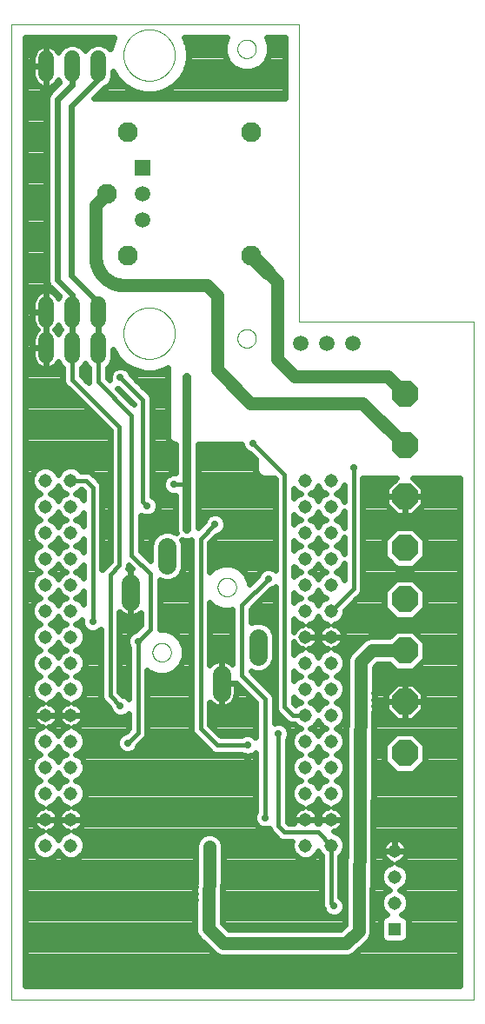
<source format=gbl>
G75*
%MOIN*%
%OFA0B0*%
%FSLAX25Y25*%
%IPPOS*%
%LPD*%
%AMOC8*
5,1,8,0,0,1.08239X$1,22.5*
%
%ADD10C,0.00000*%
%ADD11C,0.05150*%
%ADD12R,0.05937X0.05937*%
%ADD13C,0.05937*%
%ADD14C,0.07677*%
%ADD15OC8,0.10000*%
%ADD16R,0.05150X0.05150*%
%ADD17C,0.06000*%
%ADD18C,0.07050*%
%ADD19C,0.02800*%
%ADD20C,0.01600*%
%ADD21C,0.02400*%
%ADD22C,0.03200*%
%ADD23C,0.05600*%
%ADD24C,0.05000*%
D10*
X0001406Y0008882D02*
X0001406Y0382898D01*
X0111643Y0382898D01*
X0111643Y0268725D01*
X0178572Y0268725D01*
X0178572Y0008882D01*
X0001406Y0008882D01*
X0055435Y0142051D02*
X0055437Y0142170D01*
X0055443Y0142288D01*
X0055453Y0142406D01*
X0055467Y0142524D01*
X0055484Y0142641D01*
X0055506Y0142758D01*
X0055532Y0142874D01*
X0055561Y0142989D01*
X0055594Y0143103D01*
X0055631Y0143215D01*
X0055672Y0143327D01*
X0055717Y0143437D01*
X0055765Y0143545D01*
X0055817Y0143652D01*
X0055872Y0143757D01*
X0055931Y0143860D01*
X0055993Y0143961D01*
X0056058Y0144060D01*
X0056127Y0144157D01*
X0056199Y0144251D01*
X0056274Y0144343D01*
X0056352Y0144432D01*
X0056433Y0144519D01*
X0056517Y0144603D01*
X0056604Y0144684D01*
X0056693Y0144762D01*
X0056785Y0144837D01*
X0056879Y0144909D01*
X0056976Y0144978D01*
X0057075Y0145043D01*
X0057176Y0145105D01*
X0057279Y0145164D01*
X0057384Y0145219D01*
X0057491Y0145271D01*
X0057599Y0145319D01*
X0057709Y0145364D01*
X0057821Y0145405D01*
X0057933Y0145442D01*
X0058047Y0145475D01*
X0058162Y0145504D01*
X0058278Y0145530D01*
X0058395Y0145552D01*
X0058512Y0145569D01*
X0058630Y0145583D01*
X0058748Y0145593D01*
X0058866Y0145599D01*
X0058985Y0145601D01*
X0059104Y0145599D01*
X0059222Y0145593D01*
X0059340Y0145583D01*
X0059458Y0145569D01*
X0059575Y0145552D01*
X0059692Y0145530D01*
X0059808Y0145504D01*
X0059923Y0145475D01*
X0060037Y0145442D01*
X0060149Y0145405D01*
X0060261Y0145364D01*
X0060371Y0145319D01*
X0060479Y0145271D01*
X0060586Y0145219D01*
X0060691Y0145164D01*
X0060794Y0145105D01*
X0060895Y0145043D01*
X0060994Y0144978D01*
X0061091Y0144909D01*
X0061185Y0144837D01*
X0061277Y0144762D01*
X0061366Y0144684D01*
X0061453Y0144603D01*
X0061537Y0144519D01*
X0061618Y0144432D01*
X0061696Y0144343D01*
X0061771Y0144251D01*
X0061843Y0144157D01*
X0061912Y0144060D01*
X0061977Y0143961D01*
X0062039Y0143860D01*
X0062098Y0143757D01*
X0062153Y0143652D01*
X0062205Y0143545D01*
X0062253Y0143437D01*
X0062298Y0143327D01*
X0062339Y0143215D01*
X0062376Y0143103D01*
X0062409Y0142989D01*
X0062438Y0142874D01*
X0062464Y0142758D01*
X0062486Y0142641D01*
X0062503Y0142524D01*
X0062517Y0142406D01*
X0062527Y0142288D01*
X0062533Y0142170D01*
X0062535Y0142051D01*
X0062533Y0141932D01*
X0062527Y0141814D01*
X0062517Y0141696D01*
X0062503Y0141578D01*
X0062486Y0141461D01*
X0062464Y0141344D01*
X0062438Y0141228D01*
X0062409Y0141113D01*
X0062376Y0140999D01*
X0062339Y0140887D01*
X0062298Y0140775D01*
X0062253Y0140665D01*
X0062205Y0140557D01*
X0062153Y0140450D01*
X0062098Y0140345D01*
X0062039Y0140242D01*
X0061977Y0140141D01*
X0061912Y0140042D01*
X0061843Y0139945D01*
X0061771Y0139851D01*
X0061696Y0139759D01*
X0061618Y0139670D01*
X0061537Y0139583D01*
X0061453Y0139499D01*
X0061366Y0139418D01*
X0061277Y0139340D01*
X0061185Y0139265D01*
X0061091Y0139193D01*
X0060994Y0139124D01*
X0060895Y0139059D01*
X0060794Y0138997D01*
X0060691Y0138938D01*
X0060586Y0138883D01*
X0060479Y0138831D01*
X0060371Y0138783D01*
X0060261Y0138738D01*
X0060149Y0138697D01*
X0060037Y0138660D01*
X0059923Y0138627D01*
X0059808Y0138598D01*
X0059692Y0138572D01*
X0059575Y0138550D01*
X0059458Y0138533D01*
X0059340Y0138519D01*
X0059222Y0138509D01*
X0059104Y0138503D01*
X0058985Y0138501D01*
X0058866Y0138503D01*
X0058748Y0138509D01*
X0058630Y0138519D01*
X0058512Y0138533D01*
X0058395Y0138550D01*
X0058278Y0138572D01*
X0058162Y0138598D01*
X0058047Y0138627D01*
X0057933Y0138660D01*
X0057821Y0138697D01*
X0057709Y0138738D01*
X0057599Y0138783D01*
X0057491Y0138831D01*
X0057384Y0138883D01*
X0057279Y0138938D01*
X0057176Y0138997D01*
X0057075Y0139059D01*
X0056976Y0139124D01*
X0056879Y0139193D01*
X0056785Y0139265D01*
X0056693Y0139340D01*
X0056604Y0139418D01*
X0056517Y0139499D01*
X0056433Y0139583D01*
X0056352Y0139670D01*
X0056274Y0139759D01*
X0056199Y0139851D01*
X0056127Y0139945D01*
X0056058Y0140042D01*
X0055993Y0140141D01*
X0055931Y0140242D01*
X0055872Y0140345D01*
X0055817Y0140450D01*
X0055765Y0140557D01*
X0055717Y0140665D01*
X0055672Y0140775D01*
X0055631Y0140887D01*
X0055594Y0140999D01*
X0055561Y0141113D01*
X0055532Y0141228D01*
X0055506Y0141344D01*
X0055484Y0141461D01*
X0055467Y0141578D01*
X0055453Y0141696D01*
X0055443Y0141814D01*
X0055437Y0141932D01*
X0055435Y0142051D01*
X0080435Y0167051D02*
X0080437Y0167170D01*
X0080443Y0167288D01*
X0080453Y0167406D01*
X0080467Y0167524D01*
X0080484Y0167641D01*
X0080506Y0167758D01*
X0080532Y0167874D01*
X0080561Y0167989D01*
X0080594Y0168103D01*
X0080631Y0168215D01*
X0080672Y0168327D01*
X0080717Y0168437D01*
X0080765Y0168545D01*
X0080817Y0168652D01*
X0080872Y0168757D01*
X0080931Y0168860D01*
X0080993Y0168961D01*
X0081058Y0169060D01*
X0081127Y0169157D01*
X0081199Y0169251D01*
X0081274Y0169343D01*
X0081352Y0169432D01*
X0081433Y0169519D01*
X0081517Y0169603D01*
X0081604Y0169684D01*
X0081693Y0169762D01*
X0081785Y0169837D01*
X0081879Y0169909D01*
X0081976Y0169978D01*
X0082075Y0170043D01*
X0082176Y0170105D01*
X0082279Y0170164D01*
X0082384Y0170219D01*
X0082491Y0170271D01*
X0082599Y0170319D01*
X0082709Y0170364D01*
X0082821Y0170405D01*
X0082933Y0170442D01*
X0083047Y0170475D01*
X0083162Y0170504D01*
X0083278Y0170530D01*
X0083395Y0170552D01*
X0083512Y0170569D01*
X0083630Y0170583D01*
X0083748Y0170593D01*
X0083866Y0170599D01*
X0083985Y0170601D01*
X0084104Y0170599D01*
X0084222Y0170593D01*
X0084340Y0170583D01*
X0084458Y0170569D01*
X0084575Y0170552D01*
X0084692Y0170530D01*
X0084808Y0170504D01*
X0084923Y0170475D01*
X0085037Y0170442D01*
X0085149Y0170405D01*
X0085261Y0170364D01*
X0085371Y0170319D01*
X0085479Y0170271D01*
X0085586Y0170219D01*
X0085691Y0170164D01*
X0085794Y0170105D01*
X0085895Y0170043D01*
X0085994Y0169978D01*
X0086091Y0169909D01*
X0086185Y0169837D01*
X0086277Y0169762D01*
X0086366Y0169684D01*
X0086453Y0169603D01*
X0086537Y0169519D01*
X0086618Y0169432D01*
X0086696Y0169343D01*
X0086771Y0169251D01*
X0086843Y0169157D01*
X0086912Y0169060D01*
X0086977Y0168961D01*
X0087039Y0168860D01*
X0087098Y0168757D01*
X0087153Y0168652D01*
X0087205Y0168545D01*
X0087253Y0168437D01*
X0087298Y0168327D01*
X0087339Y0168215D01*
X0087376Y0168103D01*
X0087409Y0167989D01*
X0087438Y0167874D01*
X0087464Y0167758D01*
X0087486Y0167641D01*
X0087503Y0167524D01*
X0087517Y0167406D01*
X0087527Y0167288D01*
X0087533Y0167170D01*
X0087535Y0167051D01*
X0087533Y0166932D01*
X0087527Y0166814D01*
X0087517Y0166696D01*
X0087503Y0166578D01*
X0087486Y0166461D01*
X0087464Y0166344D01*
X0087438Y0166228D01*
X0087409Y0166113D01*
X0087376Y0165999D01*
X0087339Y0165887D01*
X0087298Y0165775D01*
X0087253Y0165665D01*
X0087205Y0165557D01*
X0087153Y0165450D01*
X0087098Y0165345D01*
X0087039Y0165242D01*
X0086977Y0165141D01*
X0086912Y0165042D01*
X0086843Y0164945D01*
X0086771Y0164851D01*
X0086696Y0164759D01*
X0086618Y0164670D01*
X0086537Y0164583D01*
X0086453Y0164499D01*
X0086366Y0164418D01*
X0086277Y0164340D01*
X0086185Y0164265D01*
X0086091Y0164193D01*
X0085994Y0164124D01*
X0085895Y0164059D01*
X0085794Y0163997D01*
X0085691Y0163938D01*
X0085586Y0163883D01*
X0085479Y0163831D01*
X0085371Y0163783D01*
X0085261Y0163738D01*
X0085149Y0163697D01*
X0085037Y0163660D01*
X0084923Y0163627D01*
X0084808Y0163598D01*
X0084692Y0163572D01*
X0084575Y0163550D01*
X0084458Y0163533D01*
X0084340Y0163519D01*
X0084222Y0163509D01*
X0084104Y0163503D01*
X0083985Y0163501D01*
X0083866Y0163503D01*
X0083748Y0163509D01*
X0083630Y0163519D01*
X0083512Y0163533D01*
X0083395Y0163550D01*
X0083278Y0163572D01*
X0083162Y0163598D01*
X0083047Y0163627D01*
X0082933Y0163660D01*
X0082821Y0163697D01*
X0082709Y0163738D01*
X0082599Y0163783D01*
X0082491Y0163831D01*
X0082384Y0163883D01*
X0082279Y0163938D01*
X0082176Y0163997D01*
X0082075Y0164059D01*
X0081976Y0164124D01*
X0081879Y0164193D01*
X0081785Y0164265D01*
X0081693Y0164340D01*
X0081604Y0164418D01*
X0081517Y0164499D01*
X0081433Y0164583D01*
X0081352Y0164670D01*
X0081274Y0164759D01*
X0081199Y0164851D01*
X0081127Y0164945D01*
X0081058Y0165042D01*
X0080993Y0165141D01*
X0080931Y0165242D01*
X0080872Y0165345D01*
X0080817Y0165450D01*
X0080765Y0165557D01*
X0080717Y0165665D01*
X0080672Y0165775D01*
X0080631Y0165887D01*
X0080594Y0165999D01*
X0080561Y0166113D01*
X0080532Y0166228D01*
X0080506Y0166344D01*
X0080484Y0166461D01*
X0080467Y0166578D01*
X0080453Y0166696D01*
X0080443Y0166814D01*
X0080437Y0166932D01*
X0080435Y0167051D01*
X0088021Y0262425D02*
X0088023Y0262543D01*
X0088029Y0262662D01*
X0088039Y0262780D01*
X0088053Y0262897D01*
X0088070Y0263014D01*
X0088092Y0263131D01*
X0088118Y0263246D01*
X0088147Y0263361D01*
X0088180Y0263475D01*
X0088217Y0263587D01*
X0088258Y0263698D01*
X0088302Y0263808D01*
X0088350Y0263916D01*
X0088402Y0264023D01*
X0088457Y0264128D01*
X0088516Y0264231D01*
X0088578Y0264331D01*
X0088643Y0264430D01*
X0088712Y0264527D01*
X0088783Y0264621D01*
X0088858Y0264712D01*
X0088936Y0264802D01*
X0089017Y0264888D01*
X0089101Y0264972D01*
X0089187Y0265053D01*
X0089277Y0265131D01*
X0089368Y0265206D01*
X0089462Y0265277D01*
X0089559Y0265346D01*
X0089658Y0265411D01*
X0089758Y0265473D01*
X0089861Y0265532D01*
X0089966Y0265587D01*
X0090073Y0265639D01*
X0090181Y0265687D01*
X0090291Y0265731D01*
X0090402Y0265772D01*
X0090514Y0265809D01*
X0090628Y0265842D01*
X0090743Y0265871D01*
X0090858Y0265897D01*
X0090975Y0265919D01*
X0091092Y0265936D01*
X0091209Y0265950D01*
X0091327Y0265960D01*
X0091446Y0265966D01*
X0091564Y0265968D01*
X0091682Y0265966D01*
X0091801Y0265960D01*
X0091919Y0265950D01*
X0092036Y0265936D01*
X0092153Y0265919D01*
X0092270Y0265897D01*
X0092385Y0265871D01*
X0092500Y0265842D01*
X0092614Y0265809D01*
X0092726Y0265772D01*
X0092837Y0265731D01*
X0092947Y0265687D01*
X0093055Y0265639D01*
X0093162Y0265587D01*
X0093267Y0265532D01*
X0093370Y0265473D01*
X0093470Y0265411D01*
X0093569Y0265346D01*
X0093666Y0265277D01*
X0093760Y0265206D01*
X0093851Y0265131D01*
X0093941Y0265053D01*
X0094027Y0264972D01*
X0094111Y0264888D01*
X0094192Y0264802D01*
X0094270Y0264712D01*
X0094345Y0264621D01*
X0094416Y0264527D01*
X0094485Y0264430D01*
X0094550Y0264331D01*
X0094612Y0264231D01*
X0094671Y0264128D01*
X0094726Y0264023D01*
X0094778Y0263916D01*
X0094826Y0263808D01*
X0094870Y0263698D01*
X0094911Y0263587D01*
X0094948Y0263475D01*
X0094981Y0263361D01*
X0095010Y0263246D01*
X0095036Y0263131D01*
X0095058Y0263014D01*
X0095075Y0262897D01*
X0095089Y0262780D01*
X0095099Y0262662D01*
X0095105Y0262543D01*
X0095107Y0262425D01*
X0095105Y0262307D01*
X0095099Y0262188D01*
X0095089Y0262070D01*
X0095075Y0261953D01*
X0095058Y0261836D01*
X0095036Y0261719D01*
X0095010Y0261604D01*
X0094981Y0261489D01*
X0094948Y0261375D01*
X0094911Y0261263D01*
X0094870Y0261152D01*
X0094826Y0261042D01*
X0094778Y0260934D01*
X0094726Y0260827D01*
X0094671Y0260722D01*
X0094612Y0260619D01*
X0094550Y0260519D01*
X0094485Y0260420D01*
X0094416Y0260323D01*
X0094345Y0260229D01*
X0094270Y0260138D01*
X0094192Y0260048D01*
X0094111Y0259962D01*
X0094027Y0259878D01*
X0093941Y0259797D01*
X0093851Y0259719D01*
X0093760Y0259644D01*
X0093666Y0259573D01*
X0093569Y0259504D01*
X0093470Y0259439D01*
X0093370Y0259377D01*
X0093267Y0259318D01*
X0093162Y0259263D01*
X0093055Y0259211D01*
X0092947Y0259163D01*
X0092837Y0259119D01*
X0092726Y0259078D01*
X0092614Y0259041D01*
X0092500Y0259008D01*
X0092385Y0258979D01*
X0092270Y0258953D01*
X0092153Y0258931D01*
X0092036Y0258914D01*
X0091919Y0258900D01*
X0091801Y0258890D01*
X0091682Y0258884D01*
X0091564Y0258882D01*
X0091446Y0258884D01*
X0091327Y0258890D01*
X0091209Y0258900D01*
X0091092Y0258914D01*
X0090975Y0258931D01*
X0090858Y0258953D01*
X0090743Y0258979D01*
X0090628Y0259008D01*
X0090514Y0259041D01*
X0090402Y0259078D01*
X0090291Y0259119D01*
X0090181Y0259163D01*
X0090073Y0259211D01*
X0089966Y0259263D01*
X0089861Y0259318D01*
X0089758Y0259377D01*
X0089658Y0259439D01*
X0089559Y0259504D01*
X0089462Y0259573D01*
X0089368Y0259644D01*
X0089277Y0259719D01*
X0089187Y0259797D01*
X0089101Y0259878D01*
X0089017Y0259962D01*
X0088936Y0260048D01*
X0088858Y0260138D01*
X0088783Y0260229D01*
X0088712Y0260323D01*
X0088643Y0260420D01*
X0088578Y0260519D01*
X0088516Y0260619D01*
X0088457Y0260722D01*
X0088402Y0260827D01*
X0088350Y0260934D01*
X0088302Y0261042D01*
X0088258Y0261152D01*
X0088217Y0261263D01*
X0088180Y0261375D01*
X0088147Y0261489D01*
X0088118Y0261604D01*
X0088092Y0261719D01*
X0088070Y0261836D01*
X0088053Y0261953D01*
X0088039Y0262070D01*
X0088029Y0262188D01*
X0088023Y0262307D01*
X0088021Y0262425D01*
X0044319Y0264394D02*
X0044322Y0264636D01*
X0044331Y0264877D01*
X0044346Y0265118D01*
X0044366Y0265359D01*
X0044393Y0265599D01*
X0044426Y0265838D01*
X0044464Y0266077D01*
X0044508Y0266314D01*
X0044558Y0266551D01*
X0044614Y0266786D01*
X0044676Y0267019D01*
X0044743Y0267251D01*
X0044816Y0267482D01*
X0044894Y0267710D01*
X0044979Y0267936D01*
X0045068Y0268161D01*
X0045163Y0268383D01*
X0045264Y0268602D01*
X0045370Y0268820D01*
X0045481Y0269034D01*
X0045598Y0269246D01*
X0045719Y0269454D01*
X0045846Y0269660D01*
X0045978Y0269862D01*
X0046115Y0270062D01*
X0046256Y0270257D01*
X0046402Y0270450D01*
X0046553Y0270638D01*
X0046709Y0270823D01*
X0046869Y0271004D01*
X0047033Y0271181D01*
X0047202Y0271354D01*
X0047375Y0271523D01*
X0047552Y0271687D01*
X0047733Y0271847D01*
X0047918Y0272003D01*
X0048106Y0272154D01*
X0048299Y0272300D01*
X0048494Y0272441D01*
X0048694Y0272578D01*
X0048896Y0272710D01*
X0049102Y0272837D01*
X0049310Y0272958D01*
X0049522Y0273075D01*
X0049736Y0273186D01*
X0049954Y0273292D01*
X0050173Y0273393D01*
X0050395Y0273488D01*
X0050620Y0273577D01*
X0050846Y0273662D01*
X0051074Y0273740D01*
X0051305Y0273813D01*
X0051537Y0273880D01*
X0051770Y0273942D01*
X0052005Y0273998D01*
X0052242Y0274048D01*
X0052479Y0274092D01*
X0052718Y0274130D01*
X0052957Y0274163D01*
X0053197Y0274190D01*
X0053438Y0274210D01*
X0053679Y0274225D01*
X0053920Y0274234D01*
X0054162Y0274237D01*
X0054404Y0274234D01*
X0054645Y0274225D01*
X0054886Y0274210D01*
X0055127Y0274190D01*
X0055367Y0274163D01*
X0055606Y0274130D01*
X0055845Y0274092D01*
X0056082Y0274048D01*
X0056319Y0273998D01*
X0056554Y0273942D01*
X0056787Y0273880D01*
X0057019Y0273813D01*
X0057250Y0273740D01*
X0057478Y0273662D01*
X0057704Y0273577D01*
X0057929Y0273488D01*
X0058151Y0273393D01*
X0058370Y0273292D01*
X0058588Y0273186D01*
X0058802Y0273075D01*
X0059014Y0272958D01*
X0059222Y0272837D01*
X0059428Y0272710D01*
X0059630Y0272578D01*
X0059830Y0272441D01*
X0060025Y0272300D01*
X0060218Y0272154D01*
X0060406Y0272003D01*
X0060591Y0271847D01*
X0060772Y0271687D01*
X0060949Y0271523D01*
X0061122Y0271354D01*
X0061291Y0271181D01*
X0061455Y0271004D01*
X0061615Y0270823D01*
X0061771Y0270638D01*
X0061922Y0270450D01*
X0062068Y0270257D01*
X0062209Y0270062D01*
X0062346Y0269862D01*
X0062478Y0269660D01*
X0062605Y0269454D01*
X0062726Y0269246D01*
X0062843Y0269034D01*
X0062954Y0268820D01*
X0063060Y0268602D01*
X0063161Y0268383D01*
X0063256Y0268161D01*
X0063345Y0267936D01*
X0063430Y0267710D01*
X0063508Y0267482D01*
X0063581Y0267251D01*
X0063648Y0267019D01*
X0063710Y0266786D01*
X0063766Y0266551D01*
X0063816Y0266314D01*
X0063860Y0266077D01*
X0063898Y0265838D01*
X0063931Y0265599D01*
X0063958Y0265359D01*
X0063978Y0265118D01*
X0063993Y0264877D01*
X0064002Y0264636D01*
X0064005Y0264394D01*
X0064002Y0264152D01*
X0063993Y0263911D01*
X0063978Y0263670D01*
X0063958Y0263429D01*
X0063931Y0263189D01*
X0063898Y0262950D01*
X0063860Y0262711D01*
X0063816Y0262474D01*
X0063766Y0262237D01*
X0063710Y0262002D01*
X0063648Y0261769D01*
X0063581Y0261537D01*
X0063508Y0261306D01*
X0063430Y0261078D01*
X0063345Y0260852D01*
X0063256Y0260627D01*
X0063161Y0260405D01*
X0063060Y0260186D01*
X0062954Y0259968D01*
X0062843Y0259754D01*
X0062726Y0259542D01*
X0062605Y0259334D01*
X0062478Y0259128D01*
X0062346Y0258926D01*
X0062209Y0258726D01*
X0062068Y0258531D01*
X0061922Y0258338D01*
X0061771Y0258150D01*
X0061615Y0257965D01*
X0061455Y0257784D01*
X0061291Y0257607D01*
X0061122Y0257434D01*
X0060949Y0257265D01*
X0060772Y0257101D01*
X0060591Y0256941D01*
X0060406Y0256785D01*
X0060218Y0256634D01*
X0060025Y0256488D01*
X0059830Y0256347D01*
X0059630Y0256210D01*
X0059428Y0256078D01*
X0059222Y0255951D01*
X0059014Y0255830D01*
X0058802Y0255713D01*
X0058588Y0255602D01*
X0058370Y0255496D01*
X0058151Y0255395D01*
X0057929Y0255300D01*
X0057704Y0255211D01*
X0057478Y0255126D01*
X0057250Y0255048D01*
X0057019Y0254975D01*
X0056787Y0254908D01*
X0056554Y0254846D01*
X0056319Y0254790D01*
X0056082Y0254740D01*
X0055845Y0254696D01*
X0055606Y0254658D01*
X0055367Y0254625D01*
X0055127Y0254598D01*
X0054886Y0254578D01*
X0054645Y0254563D01*
X0054404Y0254554D01*
X0054162Y0254551D01*
X0053920Y0254554D01*
X0053679Y0254563D01*
X0053438Y0254578D01*
X0053197Y0254598D01*
X0052957Y0254625D01*
X0052718Y0254658D01*
X0052479Y0254696D01*
X0052242Y0254740D01*
X0052005Y0254790D01*
X0051770Y0254846D01*
X0051537Y0254908D01*
X0051305Y0254975D01*
X0051074Y0255048D01*
X0050846Y0255126D01*
X0050620Y0255211D01*
X0050395Y0255300D01*
X0050173Y0255395D01*
X0049954Y0255496D01*
X0049736Y0255602D01*
X0049522Y0255713D01*
X0049310Y0255830D01*
X0049102Y0255951D01*
X0048896Y0256078D01*
X0048694Y0256210D01*
X0048494Y0256347D01*
X0048299Y0256488D01*
X0048106Y0256634D01*
X0047918Y0256785D01*
X0047733Y0256941D01*
X0047552Y0257101D01*
X0047375Y0257265D01*
X0047202Y0257434D01*
X0047033Y0257607D01*
X0046869Y0257784D01*
X0046709Y0257965D01*
X0046553Y0258150D01*
X0046402Y0258338D01*
X0046256Y0258531D01*
X0046115Y0258726D01*
X0045978Y0258926D01*
X0045846Y0259128D01*
X0045719Y0259334D01*
X0045598Y0259542D01*
X0045481Y0259754D01*
X0045370Y0259968D01*
X0045264Y0260186D01*
X0045163Y0260405D01*
X0045068Y0260627D01*
X0044979Y0260852D01*
X0044894Y0261078D01*
X0044816Y0261306D01*
X0044743Y0261537D01*
X0044676Y0261769D01*
X0044614Y0262002D01*
X0044558Y0262237D01*
X0044508Y0262474D01*
X0044464Y0262711D01*
X0044426Y0262950D01*
X0044393Y0263189D01*
X0044366Y0263429D01*
X0044346Y0263670D01*
X0044331Y0263911D01*
X0044322Y0264152D01*
X0044319Y0264394D01*
X0044319Y0371087D02*
X0044322Y0371329D01*
X0044331Y0371570D01*
X0044346Y0371811D01*
X0044366Y0372052D01*
X0044393Y0372292D01*
X0044426Y0372531D01*
X0044464Y0372770D01*
X0044508Y0373007D01*
X0044558Y0373244D01*
X0044614Y0373479D01*
X0044676Y0373712D01*
X0044743Y0373944D01*
X0044816Y0374175D01*
X0044894Y0374403D01*
X0044979Y0374629D01*
X0045068Y0374854D01*
X0045163Y0375076D01*
X0045264Y0375295D01*
X0045370Y0375513D01*
X0045481Y0375727D01*
X0045598Y0375939D01*
X0045719Y0376147D01*
X0045846Y0376353D01*
X0045978Y0376555D01*
X0046115Y0376755D01*
X0046256Y0376950D01*
X0046402Y0377143D01*
X0046553Y0377331D01*
X0046709Y0377516D01*
X0046869Y0377697D01*
X0047033Y0377874D01*
X0047202Y0378047D01*
X0047375Y0378216D01*
X0047552Y0378380D01*
X0047733Y0378540D01*
X0047918Y0378696D01*
X0048106Y0378847D01*
X0048299Y0378993D01*
X0048494Y0379134D01*
X0048694Y0379271D01*
X0048896Y0379403D01*
X0049102Y0379530D01*
X0049310Y0379651D01*
X0049522Y0379768D01*
X0049736Y0379879D01*
X0049954Y0379985D01*
X0050173Y0380086D01*
X0050395Y0380181D01*
X0050620Y0380270D01*
X0050846Y0380355D01*
X0051074Y0380433D01*
X0051305Y0380506D01*
X0051537Y0380573D01*
X0051770Y0380635D01*
X0052005Y0380691D01*
X0052242Y0380741D01*
X0052479Y0380785D01*
X0052718Y0380823D01*
X0052957Y0380856D01*
X0053197Y0380883D01*
X0053438Y0380903D01*
X0053679Y0380918D01*
X0053920Y0380927D01*
X0054162Y0380930D01*
X0054404Y0380927D01*
X0054645Y0380918D01*
X0054886Y0380903D01*
X0055127Y0380883D01*
X0055367Y0380856D01*
X0055606Y0380823D01*
X0055845Y0380785D01*
X0056082Y0380741D01*
X0056319Y0380691D01*
X0056554Y0380635D01*
X0056787Y0380573D01*
X0057019Y0380506D01*
X0057250Y0380433D01*
X0057478Y0380355D01*
X0057704Y0380270D01*
X0057929Y0380181D01*
X0058151Y0380086D01*
X0058370Y0379985D01*
X0058588Y0379879D01*
X0058802Y0379768D01*
X0059014Y0379651D01*
X0059222Y0379530D01*
X0059428Y0379403D01*
X0059630Y0379271D01*
X0059830Y0379134D01*
X0060025Y0378993D01*
X0060218Y0378847D01*
X0060406Y0378696D01*
X0060591Y0378540D01*
X0060772Y0378380D01*
X0060949Y0378216D01*
X0061122Y0378047D01*
X0061291Y0377874D01*
X0061455Y0377697D01*
X0061615Y0377516D01*
X0061771Y0377331D01*
X0061922Y0377143D01*
X0062068Y0376950D01*
X0062209Y0376755D01*
X0062346Y0376555D01*
X0062478Y0376353D01*
X0062605Y0376147D01*
X0062726Y0375939D01*
X0062843Y0375727D01*
X0062954Y0375513D01*
X0063060Y0375295D01*
X0063161Y0375076D01*
X0063256Y0374854D01*
X0063345Y0374629D01*
X0063430Y0374403D01*
X0063508Y0374175D01*
X0063581Y0373944D01*
X0063648Y0373712D01*
X0063710Y0373479D01*
X0063766Y0373244D01*
X0063816Y0373007D01*
X0063860Y0372770D01*
X0063898Y0372531D01*
X0063931Y0372292D01*
X0063958Y0372052D01*
X0063978Y0371811D01*
X0063993Y0371570D01*
X0064002Y0371329D01*
X0064005Y0371087D01*
X0064002Y0370845D01*
X0063993Y0370604D01*
X0063978Y0370363D01*
X0063958Y0370122D01*
X0063931Y0369882D01*
X0063898Y0369643D01*
X0063860Y0369404D01*
X0063816Y0369167D01*
X0063766Y0368930D01*
X0063710Y0368695D01*
X0063648Y0368462D01*
X0063581Y0368230D01*
X0063508Y0367999D01*
X0063430Y0367771D01*
X0063345Y0367545D01*
X0063256Y0367320D01*
X0063161Y0367098D01*
X0063060Y0366879D01*
X0062954Y0366661D01*
X0062843Y0366447D01*
X0062726Y0366235D01*
X0062605Y0366027D01*
X0062478Y0365821D01*
X0062346Y0365619D01*
X0062209Y0365419D01*
X0062068Y0365224D01*
X0061922Y0365031D01*
X0061771Y0364843D01*
X0061615Y0364658D01*
X0061455Y0364477D01*
X0061291Y0364300D01*
X0061122Y0364127D01*
X0060949Y0363958D01*
X0060772Y0363794D01*
X0060591Y0363634D01*
X0060406Y0363478D01*
X0060218Y0363327D01*
X0060025Y0363181D01*
X0059830Y0363040D01*
X0059630Y0362903D01*
X0059428Y0362771D01*
X0059222Y0362644D01*
X0059014Y0362523D01*
X0058802Y0362406D01*
X0058588Y0362295D01*
X0058370Y0362189D01*
X0058151Y0362088D01*
X0057929Y0361993D01*
X0057704Y0361904D01*
X0057478Y0361819D01*
X0057250Y0361741D01*
X0057019Y0361668D01*
X0056787Y0361601D01*
X0056554Y0361539D01*
X0056319Y0361483D01*
X0056082Y0361433D01*
X0055845Y0361389D01*
X0055606Y0361351D01*
X0055367Y0361318D01*
X0055127Y0361291D01*
X0054886Y0361271D01*
X0054645Y0361256D01*
X0054404Y0361247D01*
X0054162Y0361244D01*
X0053920Y0361247D01*
X0053679Y0361256D01*
X0053438Y0361271D01*
X0053197Y0361291D01*
X0052957Y0361318D01*
X0052718Y0361351D01*
X0052479Y0361389D01*
X0052242Y0361433D01*
X0052005Y0361483D01*
X0051770Y0361539D01*
X0051537Y0361601D01*
X0051305Y0361668D01*
X0051074Y0361741D01*
X0050846Y0361819D01*
X0050620Y0361904D01*
X0050395Y0361993D01*
X0050173Y0362088D01*
X0049954Y0362189D01*
X0049736Y0362295D01*
X0049522Y0362406D01*
X0049310Y0362523D01*
X0049102Y0362644D01*
X0048896Y0362771D01*
X0048694Y0362903D01*
X0048494Y0363040D01*
X0048299Y0363181D01*
X0048106Y0363327D01*
X0047918Y0363478D01*
X0047733Y0363634D01*
X0047552Y0363794D01*
X0047375Y0363958D01*
X0047202Y0364127D01*
X0047033Y0364300D01*
X0046869Y0364477D01*
X0046709Y0364658D01*
X0046553Y0364843D01*
X0046402Y0365031D01*
X0046256Y0365224D01*
X0046115Y0365419D01*
X0045978Y0365619D01*
X0045846Y0365821D01*
X0045719Y0366027D01*
X0045598Y0366235D01*
X0045481Y0366447D01*
X0045370Y0366661D01*
X0045264Y0366879D01*
X0045163Y0367098D01*
X0045068Y0367320D01*
X0044979Y0367545D01*
X0044894Y0367771D01*
X0044816Y0367999D01*
X0044743Y0368230D01*
X0044676Y0368462D01*
X0044614Y0368695D01*
X0044558Y0368930D01*
X0044508Y0369167D01*
X0044464Y0369404D01*
X0044426Y0369643D01*
X0044393Y0369882D01*
X0044366Y0370122D01*
X0044346Y0370363D01*
X0044331Y0370604D01*
X0044322Y0370845D01*
X0044319Y0371087D01*
X0088021Y0373449D02*
X0088023Y0373567D01*
X0088029Y0373686D01*
X0088039Y0373804D01*
X0088053Y0373921D01*
X0088070Y0374038D01*
X0088092Y0374155D01*
X0088118Y0374270D01*
X0088147Y0374385D01*
X0088180Y0374499D01*
X0088217Y0374611D01*
X0088258Y0374722D01*
X0088302Y0374832D01*
X0088350Y0374940D01*
X0088402Y0375047D01*
X0088457Y0375152D01*
X0088516Y0375255D01*
X0088578Y0375355D01*
X0088643Y0375454D01*
X0088712Y0375551D01*
X0088783Y0375645D01*
X0088858Y0375736D01*
X0088936Y0375826D01*
X0089017Y0375912D01*
X0089101Y0375996D01*
X0089187Y0376077D01*
X0089277Y0376155D01*
X0089368Y0376230D01*
X0089462Y0376301D01*
X0089559Y0376370D01*
X0089658Y0376435D01*
X0089758Y0376497D01*
X0089861Y0376556D01*
X0089966Y0376611D01*
X0090073Y0376663D01*
X0090181Y0376711D01*
X0090291Y0376755D01*
X0090402Y0376796D01*
X0090514Y0376833D01*
X0090628Y0376866D01*
X0090743Y0376895D01*
X0090858Y0376921D01*
X0090975Y0376943D01*
X0091092Y0376960D01*
X0091209Y0376974D01*
X0091327Y0376984D01*
X0091446Y0376990D01*
X0091564Y0376992D01*
X0091682Y0376990D01*
X0091801Y0376984D01*
X0091919Y0376974D01*
X0092036Y0376960D01*
X0092153Y0376943D01*
X0092270Y0376921D01*
X0092385Y0376895D01*
X0092500Y0376866D01*
X0092614Y0376833D01*
X0092726Y0376796D01*
X0092837Y0376755D01*
X0092947Y0376711D01*
X0093055Y0376663D01*
X0093162Y0376611D01*
X0093267Y0376556D01*
X0093370Y0376497D01*
X0093470Y0376435D01*
X0093569Y0376370D01*
X0093666Y0376301D01*
X0093760Y0376230D01*
X0093851Y0376155D01*
X0093941Y0376077D01*
X0094027Y0375996D01*
X0094111Y0375912D01*
X0094192Y0375826D01*
X0094270Y0375736D01*
X0094345Y0375645D01*
X0094416Y0375551D01*
X0094485Y0375454D01*
X0094550Y0375355D01*
X0094612Y0375255D01*
X0094671Y0375152D01*
X0094726Y0375047D01*
X0094778Y0374940D01*
X0094826Y0374832D01*
X0094870Y0374722D01*
X0094911Y0374611D01*
X0094948Y0374499D01*
X0094981Y0374385D01*
X0095010Y0374270D01*
X0095036Y0374155D01*
X0095058Y0374038D01*
X0095075Y0373921D01*
X0095089Y0373804D01*
X0095099Y0373686D01*
X0095105Y0373567D01*
X0095107Y0373449D01*
X0095105Y0373331D01*
X0095099Y0373212D01*
X0095089Y0373094D01*
X0095075Y0372977D01*
X0095058Y0372860D01*
X0095036Y0372743D01*
X0095010Y0372628D01*
X0094981Y0372513D01*
X0094948Y0372399D01*
X0094911Y0372287D01*
X0094870Y0372176D01*
X0094826Y0372066D01*
X0094778Y0371958D01*
X0094726Y0371851D01*
X0094671Y0371746D01*
X0094612Y0371643D01*
X0094550Y0371543D01*
X0094485Y0371444D01*
X0094416Y0371347D01*
X0094345Y0371253D01*
X0094270Y0371162D01*
X0094192Y0371072D01*
X0094111Y0370986D01*
X0094027Y0370902D01*
X0093941Y0370821D01*
X0093851Y0370743D01*
X0093760Y0370668D01*
X0093666Y0370597D01*
X0093569Y0370528D01*
X0093470Y0370463D01*
X0093370Y0370401D01*
X0093267Y0370342D01*
X0093162Y0370287D01*
X0093055Y0370235D01*
X0092947Y0370187D01*
X0092837Y0370143D01*
X0092726Y0370102D01*
X0092614Y0370065D01*
X0092500Y0370032D01*
X0092385Y0370003D01*
X0092270Y0369977D01*
X0092153Y0369955D01*
X0092036Y0369938D01*
X0091919Y0369924D01*
X0091801Y0369914D01*
X0091682Y0369908D01*
X0091564Y0369906D01*
X0091446Y0369908D01*
X0091327Y0369914D01*
X0091209Y0369924D01*
X0091092Y0369938D01*
X0090975Y0369955D01*
X0090858Y0369977D01*
X0090743Y0370003D01*
X0090628Y0370032D01*
X0090514Y0370065D01*
X0090402Y0370102D01*
X0090291Y0370143D01*
X0090181Y0370187D01*
X0090073Y0370235D01*
X0089966Y0370287D01*
X0089861Y0370342D01*
X0089758Y0370401D01*
X0089658Y0370463D01*
X0089559Y0370528D01*
X0089462Y0370597D01*
X0089368Y0370668D01*
X0089277Y0370743D01*
X0089187Y0370821D01*
X0089101Y0370902D01*
X0089017Y0370986D01*
X0088936Y0371072D01*
X0088858Y0371162D01*
X0088783Y0371253D01*
X0088712Y0371347D01*
X0088643Y0371444D01*
X0088578Y0371543D01*
X0088516Y0371643D01*
X0088457Y0371746D01*
X0088402Y0371851D01*
X0088350Y0371958D01*
X0088302Y0372066D01*
X0088258Y0372176D01*
X0088217Y0372287D01*
X0088180Y0372399D01*
X0088147Y0372513D01*
X0088118Y0372628D01*
X0088092Y0372743D01*
X0088070Y0372860D01*
X0088053Y0372977D01*
X0088039Y0373094D01*
X0088029Y0373212D01*
X0088023Y0373331D01*
X0088021Y0373449D01*
D11*
X0114123Y0208016D03*
X0114123Y0198016D03*
X0114123Y0188016D03*
X0114123Y0178016D03*
X0114123Y0168016D03*
X0114123Y0158016D03*
X0114123Y0148016D03*
X0114123Y0138016D03*
X0114123Y0128016D03*
X0114123Y0118016D03*
X0114123Y0108016D03*
X0114123Y0098016D03*
X0114123Y0088016D03*
X0114123Y0078016D03*
X0114123Y0068016D03*
X0123847Y0068016D03*
X0123847Y0078016D03*
X0123847Y0088016D03*
X0123847Y0098016D03*
X0123847Y0108016D03*
X0123847Y0118016D03*
X0123847Y0128016D03*
X0123847Y0138016D03*
X0123847Y0148016D03*
X0123847Y0158016D03*
X0123847Y0168016D03*
X0123847Y0178016D03*
X0123847Y0188016D03*
X0123847Y0198016D03*
X0123847Y0208016D03*
X0148257Y0066008D03*
X0148257Y0056008D03*
X0148257Y0046008D03*
X0024123Y0068016D03*
X0024123Y0078016D03*
X0024123Y0088016D03*
X0024123Y0098016D03*
X0024123Y0108016D03*
X0024123Y0118016D03*
X0024123Y0128016D03*
X0024123Y0138016D03*
X0024123Y0148016D03*
X0024123Y0158016D03*
X0024123Y0168016D03*
X0024123Y0178016D03*
X0024123Y0188016D03*
X0024123Y0198016D03*
X0024123Y0208016D03*
X0014398Y0208016D03*
X0014398Y0198016D03*
X0014398Y0188016D03*
X0014398Y0178016D03*
X0014398Y0168016D03*
X0014398Y0158016D03*
X0014398Y0148016D03*
X0014398Y0138016D03*
X0014398Y0128016D03*
X0014398Y0118016D03*
X0014398Y0108016D03*
X0014398Y0098016D03*
X0014398Y0088016D03*
X0014398Y0078016D03*
X0014398Y0068016D03*
D12*
X0051564Y0327937D03*
D13*
X0051564Y0317937D03*
X0051564Y0307937D03*
X0112154Y0260693D03*
X0122154Y0260693D03*
X0132154Y0260693D03*
D14*
X0093178Y0294236D03*
X0093178Y0341480D03*
X0045934Y0341480D03*
X0038060Y0317858D03*
X0045934Y0294236D03*
D15*
X0152194Y0241165D03*
X0152194Y0221480D03*
X0152194Y0201795D03*
X0152194Y0182110D03*
X0152194Y0162425D03*
X0152194Y0142740D03*
X0152194Y0123055D03*
X0152194Y0103370D03*
D16*
X0148257Y0036008D03*
D17*
X0034635Y0255882D02*
X0034635Y0261882D01*
X0034635Y0269662D02*
X0034635Y0275662D01*
X0024635Y0275662D02*
X0024635Y0269662D01*
X0024635Y0261882D02*
X0024635Y0255882D01*
X0014635Y0255882D02*
X0014635Y0261882D01*
X0014635Y0269662D02*
X0014635Y0275662D01*
X0014635Y0363756D02*
X0014635Y0369756D01*
X0024635Y0369756D02*
X0024635Y0363756D01*
X0034635Y0363756D02*
X0034635Y0369756D01*
D18*
X0061085Y0182476D02*
X0061085Y0175426D01*
X0047085Y0168476D02*
X0047085Y0161426D01*
X0081885Y0133676D02*
X0081885Y0126626D01*
X0095885Y0140626D02*
X0095885Y0147676D01*
D19*
X0099831Y0170299D03*
X0079359Y0191165D03*
X0068729Y0189197D03*
X0063611Y0206520D03*
X0053375Y0198252D03*
X0032509Y0153764D03*
X0043139Y0121480D03*
X0045894Y0107307D03*
X0049831Y0146284D03*
X0077391Y0067543D03*
X0091957Y0106520D03*
X0103769Y0110850D03*
X0098650Y0078567D03*
X0125028Y0044709D03*
X0132509Y0212819D03*
X0093926Y0222268D03*
X0068729Y0247465D03*
X0043139Y0247465D03*
D20*
X0051800Y0238803D01*
X0051800Y0199827D01*
X0053375Y0198252D01*
X0047469Y0179354D02*
X0054556Y0172268D01*
X0054556Y0151008D01*
X0049831Y0146284D01*
X0049831Y0111244D01*
X0045894Y0107307D01*
X0043139Y0121480D02*
X0039202Y0125417D01*
X0039202Y0171874D01*
X0042745Y0175417D01*
X0042745Y0228567D01*
X0024635Y0246677D01*
X0024635Y0258882D01*
X0034635Y0258882D02*
X0034635Y0245732D01*
X0047469Y0232898D01*
X0047469Y0179354D01*
X0032509Y0153764D02*
X0032509Y0205339D01*
X0029831Y0208016D01*
X0024123Y0208016D01*
X0063611Y0206520D02*
X0068335Y0206520D01*
X0068729Y0206126D01*
X0079359Y0191165D02*
X0073847Y0185654D01*
X0073847Y0112819D01*
X0080146Y0106520D01*
X0091957Y0106520D01*
X0098650Y0124236D02*
X0089595Y0133291D01*
X0089595Y0160063D01*
X0099831Y0170299D01*
X0106131Y0210063D02*
X0093926Y0222268D01*
X0106131Y0210063D02*
X0106131Y0121087D01*
X0109202Y0118016D01*
X0114123Y0118016D01*
X0103769Y0110850D02*
X0103769Y0075417D01*
X0106131Y0073055D01*
X0118808Y0073055D01*
X0123847Y0068016D01*
X0123847Y0045890D01*
X0125028Y0044709D01*
X0098650Y0078567D02*
X0098650Y0124236D01*
X0123847Y0158016D02*
X0132509Y0166677D01*
X0132509Y0212819D01*
D21*
X0136109Y0208825D02*
X0149041Y0208825D01*
X0144994Y0204778D01*
X0144994Y0201795D01*
X0144994Y0198813D01*
X0149211Y0194595D01*
X0152194Y0194595D01*
X0155176Y0194595D01*
X0159394Y0198813D01*
X0159394Y0201795D01*
X0152194Y0201795D01*
X0152194Y0201795D01*
X0152194Y0194595D01*
X0152194Y0201795D01*
X0152194Y0201795D01*
X0159394Y0201795D01*
X0159394Y0204778D01*
X0155346Y0208825D01*
X0173372Y0208825D01*
X0173372Y0014082D01*
X0006606Y0014082D01*
X0006606Y0377698D01*
X0040609Y0377698D01*
X0040145Y0376893D01*
X0039206Y0373388D01*
X0037920Y0374673D01*
X0035788Y0375556D01*
X0033481Y0375556D01*
X0031349Y0374673D01*
X0029718Y0373041D01*
X0029635Y0372841D01*
X0029552Y0373041D01*
X0027920Y0374673D01*
X0025788Y0375556D01*
X0023481Y0375556D01*
X0021349Y0374673D01*
X0019718Y0373041D01*
X0019305Y0372044D01*
X0019082Y0372481D01*
X0018601Y0373144D01*
X0018022Y0373722D01*
X0017360Y0374203D01*
X0016631Y0374575D01*
X0015852Y0374828D01*
X0015044Y0374956D01*
X0014635Y0374956D01*
X0014635Y0366756D01*
X0014635Y0366756D01*
X0014635Y0358556D01*
X0015044Y0358556D01*
X0015852Y0358684D01*
X0016631Y0358937D01*
X0017360Y0359309D01*
X0018022Y0359790D01*
X0018601Y0360368D01*
X0019082Y0361031D01*
X0019305Y0361468D01*
X0019718Y0360471D01*
X0019748Y0360440D01*
X0015732Y0356423D01*
X0015123Y0354953D01*
X0015123Y0284071D01*
X0015732Y0282600D01*
X0019620Y0278712D01*
X0019305Y0277950D01*
X0019082Y0278387D01*
X0018601Y0279049D01*
X0018022Y0279628D01*
X0017360Y0280109D01*
X0016631Y0280481D01*
X0015852Y0280733D01*
X0015044Y0280862D01*
X0014635Y0280862D01*
X0014635Y0272662D01*
X0014635Y0272662D01*
X0014635Y0280862D01*
X0014225Y0280862D01*
X0013417Y0280733D01*
X0012639Y0280481D01*
X0011909Y0280109D01*
X0011247Y0279628D01*
X0010668Y0279049D01*
X0010187Y0278387D01*
X0009816Y0277658D01*
X0009563Y0276879D01*
X0009435Y0276071D01*
X0009435Y0272662D01*
X0014635Y0272662D01*
X0014635Y0258882D01*
X0014635Y0258882D01*
X0014635Y0272661D01*
X0014635Y0272661D01*
X0014635Y0267082D01*
X0014635Y0258882D01*
X0014635Y0250682D01*
X0015044Y0250682D01*
X0015852Y0250810D01*
X0016631Y0251063D01*
X0017360Y0251435D01*
X0018022Y0251916D01*
X0018601Y0252494D01*
X0019082Y0253157D01*
X0019305Y0253594D01*
X0019718Y0252597D01*
X0021035Y0251280D01*
X0021035Y0245961D01*
X0021583Y0244638D01*
X0039145Y0227076D01*
X0039145Y0176909D01*
X0037162Y0174926D01*
X0036150Y0173913D01*
X0036109Y0173814D01*
X0036109Y0206055D01*
X0035561Y0207378D01*
X0032883Y0210055D01*
X0031871Y0211068D01*
X0030548Y0211616D01*
X0028124Y0211616D01*
X0027167Y0212572D01*
X0025192Y0213391D01*
X0023054Y0213391D01*
X0021078Y0212572D01*
X0019566Y0211060D01*
X0019261Y0210322D01*
X0018955Y0211060D01*
X0017443Y0212572D01*
X0015468Y0213391D01*
X0013329Y0213391D01*
X0011354Y0212572D01*
X0009842Y0211060D01*
X0009024Y0209085D01*
X0009024Y0206947D01*
X0009842Y0204971D01*
X0011354Y0203459D01*
X0012424Y0203016D01*
X0011354Y0202572D01*
X0009842Y0201060D01*
X0009024Y0199085D01*
X0009024Y0196947D01*
X0009842Y0194971D01*
X0011354Y0193459D01*
X0012424Y0193016D01*
X0011354Y0192572D01*
X0009842Y0191060D01*
X0009024Y0189085D01*
X0009024Y0186947D01*
X0009842Y0184971D01*
X0011354Y0183459D01*
X0012424Y0183016D01*
X0011354Y0182572D01*
X0009842Y0181060D01*
X0009024Y0179085D01*
X0009024Y0176947D01*
X0009842Y0174971D01*
X0011354Y0173459D01*
X0012424Y0173016D01*
X0011354Y0172572D01*
X0009842Y0171060D01*
X0009024Y0169085D01*
X0009024Y0166947D01*
X0009842Y0164971D01*
X0011354Y0163459D01*
X0012424Y0163016D01*
X0011354Y0162572D01*
X0009842Y0161060D01*
X0009024Y0159085D01*
X0009024Y0156947D01*
X0009842Y0154971D01*
X0011354Y0153459D01*
X0012424Y0153016D01*
X0011354Y0152572D01*
X0009842Y0151060D01*
X0009024Y0149085D01*
X0009024Y0146947D01*
X0009842Y0144971D01*
X0011354Y0143459D01*
X0012424Y0143016D01*
X0011354Y0142572D01*
X0009842Y0141060D01*
X0009024Y0139085D01*
X0009024Y0136947D01*
X0009842Y0134971D01*
X0011354Y0133459D01*
X0012424Y0133016D01*
X0011354Y0132572D01*
X0009842Y0131060D01*
X0009024Y0129085D01*
X0009024Y0126947D01*
X0009842Y0124971D01*
X0011354Y0123459D01*
X0013264Y0122668D01*
X0012566Y0122441D01*
X0011896Y0122100D01*
X0011288Y0121658D01*
X0010756Y0121126D01*
X0010315Y0120518D01*
X0009973Y0119849D01*
X0009741Y0119134D01*
X0009624Y0118392D01*
X0009624Y0118016D01*
X0014398Y0118016D01*
X0014398Y0118016D01*
X0009624Y0118016D01*
X0009624Y0117640D01*
X0009741Y0116898D01*
X0009973Y0116183D01*
X0010315Y0115513D01*
X0010756Y0114905D01*
X0011288Y0114374D01*
X0011896Y0113932D01*
X0012566Y0113591D01*
X0013264Y0113364D01*
X0011354Y0112572D01*
X0009842Y0111060D01*
X0009024Y0109085D01*
X0009024Y0106947D01*
X0009842Y0104971D01*
X0011354Y0103459D01*
X0012424Y0103016D01*
X0011354Y0102572D01*
X0009842Y0101060D01*
X0009024Y0099085D01*
X0009024Y0096947D01*
X0009842Y0094971D01*
X0011354Y0093459D01*
X0012424Y0093016D01*
X0011354Y0092572D01*
X0009842Y0091060D01*
X0009024Y0089085D01*
X0009024Y0086947D01*
X0009842Y0084971D01*
X0011354Y0083459D01*
X0013264Y0082668D01*
X0012566Y0082441D01*
X0011896Y0082100D01*
X0011288Y0081658D01*
X0010756Y0081126D01*
X0010315Y0080518D01*
X0009973Y0079849D01*
X0009741Y0079134D01*
X0009624Y0078392D01*
X0009624Y0078016D01*
X0014398Y0078016D01*
X0014398Y0078016D01*
X0009624Y0078016D01*
X0009624Y0077640D01*
X0009741Y0076898D01*
X0009973Y0076183D01*
X0010315Y0075513D01*
X0010756Y0074905D01*
X0011288Y0074374D01*
X0011896Y0073932D01*
X0012566Y0073591D01*
X0013264Y0073364D01*
X0011354Y0072572D01*
X0009842Y0071060D01*
X0009024Y0069085D01*
X0009024Y0066947D01*
X0009842Y0064971D01*
X0011354Y0063459D01*
X0013329Y0062641D01*
X0015468Y0062641D01*
X0017443Y0063459D01*
X0018955Y0064971D01*
X0019261Y0065709D01*
X0019566Y0064971D01*
X0021078Y0063459D01*
X0023054Y0062641D01*
X0025192Y0062641D01*
X0027167Y0063459D01*
X0028679Y0064971D01*
X0029498Y0066947D01*
X0029498Y0069085D01*
X0028679Y0071060D01*
X0027167Y0072572D01*
X0025257Y0073364D01*
X0025956Y0073591D01*
X0026625Y0073932D01*
X0027233Y0074374D01*
X0027765Y0074905D01*
X0028207Y0075513D01*
X0028548Y0076183D01*
X0028780Y0076898D01*
X0028898Y0077640D01*
X0028898Y0078016D01*
X0028898Y0078392D01*
X0028780Y0079134D01*
X0028548Y0079849D01*
X0028207Y0080518D01*
X0027765Y0081126D01*
X0027233Y0081658D01*
X0026625Y0082100D01*
X0025956Y0082441D01*
X0025257Y0082668D01*
X0027167Y0083459D01*
X0028679Y0084971D01*
X0029498Y0086947D01*
X0029498Y0089085D01*
X0028679Y0091060D01*
X0027167Y0092572D01*
X0026097Y0093016D01*
X0027167Y0093459D01*
X0028679Y0094971D01*
X0029498Y0096947D01*
X0029498Y0099085D01*
X0028679Y0101060D01*
X0027167Y0102572D01*
X0026097Y0103016D01*
X0027167Y0103459D01*
X0028679Y0104971D01*
X0029498Y0106947D01*
X0029498Y0109085D01*
X0028679Y0111060D01*
X0027167Y0112572D01*
X0025257Y0113364D01*
X0025956Y0113591D01*
X0026625Y0113932D01*
X0027233Y0114374D01*
X0027765Y0114905D01*
X0028207Y0115513D01*
X0028548Y0116183D01*
X0028780Y0116898D01*
X0028898Y0117640D01*
X0028898Y0118016D01*
X0028898Y0118392D01*
X0028780Y0119134D01*
X0028548Y0119849D01*
X0028207Y0120518D01*
X0027765Y0121126D01*
X0027233Y0121658D01*
X0026625Y0122100D01*
X0025956Y0122441D01*
X0025257Y0122668D01*
X0027167Y0123459D01*
X0028679Y0124971D01*
X0029498Y0126947D01*
X0029498Y0129085D01*
X0028679Y0131060D01*
X0027167Y0132572D01*
X0026097Y0133016D01*
X0027167Y0133459D01*
X0028679Y0134971D01*
X0029498Y0136947D01*
X0029498Y0139085D01*
X0028679Y0141060D01*
X0027167Y0142572D01*
X0026097Y0143016D01*
X0027167Y0143459D01*
X0028679Y0144971D01*
X0029498Y0146947D01*
X0029498Y0149085D01*
X0028679Y0151060D01*
X0027167Y0152572D01*
X0026097Y0153016D01*
X0027167Y0153459D01*
X0028310Y0154601D01*
X0028309Y0154599D01*
X0028309Y0152928D01*
X0028948Y0151385D01*
X0030130Y0150203D01*
X0031673Y0149564D01*
X0033344Y0149564D01*
X0034888Y0150203D01*
X0035602Y0150917D01*
X0035602Y0124701D01*
X0036150Y0123378D01*
X0038978Y0120550D01*
X0039578Y0119101D01*
X0040759Y0117920D01*
X0042303Y0117280D01*
X0043974Y0117280D01*
X0045518Y0117920D01*
X0046231Y0118634D01*
X0046231Y0112735D01*
X0044964Y0111468D01*
X0043515Y0110868D01*
X0042334Y0109686D01*
X0041694Y0108143D01*
X0041694Y0106472D01*
X0042334Y0104928D01*
X0043515Y0103747D01*
X0045059Y0103107D01*
X0046730Y0103107D01*
X0048274Y0103747D01*
X0049455Y0104928D01*
X0050055Y0106377D01*
X0052883Y0109205D01*
X0053431Y0110528D01*
X0053431Y0135230D01*
X0054029Y0134633D01*
X0057245Y0133301D01*
X0060726Y0133301D01*
X0063942Y0134633D01*
X0066403Y0137095D01*
X0067735Y0140311D01*
X0067735Y0143792D01*
X0066403Y0147008D01*
X0063942Y0149469D01*
X0060726Y0150801D01*
X0058156Y0150801D01*
X0058156Y0169793D01*
X0059827Y0169101D01*
X0062343Y0169101D01*
X0064668Y0170064D01*
X0066447Y0171843D01*
X0067410Y0174168D01*
X0067410Y0183734D01*
X0066787Y0185239D01*
X0067854Y0184797D01*
X0069604Y0184797D01*
X0070247Y0185063D01*
X0070247Y0112103D01*
X0070795Y0110780D01*
X0071808Y0109767D01*
X0078107Y0103468D01*
X0079430Y0102920D01*
X0089674Y0102920D01*
X0091122Y0102320D01*
X0092793Y0102320D01*
X0094337Y0102959D01*
X0095050Y0103673D01*
X0095050Y0080851D01*
X0094450Y0079402D01*
X0094450Y0077732D01*
X0095090Y0076188D01*
X0096271Y0075006D01*
X0097815Y0074367D01*
X0099486Y0074367D01*
X0100187Y0074657D01*
X0100717Y0073378D01*
X0103079Y0071016D01*
X0104091Y0070003D01*
X0105415Y0069455D01*
X0108901Y0069455D01*
X0108748Y0069085D01*
X0108748Y0066947D01*
X0109566Y0064971D01*
X0111078Y0063459D01*
X0113054Y0062641D01*
X0115192Y0062641D01*
X0117167Y0063459D01*
X0118679Y0064971D01*
X0118985Y0065709D01*
X0119291Y0064971D01*
X0120247Y0064015D01*
X0120247Y0045174D01*
X0120795Y0043851D01*
X0120868Y0043778D01*
X0121468Y0042330D01*
X0122649Y0041148D01*
X0124193Y0040509D01*
X0125864Y0040509D01*
X0127407Y0041148D01*
X0128589Y0042330D01*
X0129228Y0043873D01*
X0129228Y0045544D01*
X0128589Y0047088D01*
X0127447Y0048230D01*
X0127447Y0064015D01*
X0128404Y0064971D01*
X0129222Y0066947D01*
X0129222Y0069085D01*
X0128404Y0071060D01*
X0126892Y0072572D01*
X0124981Y0073364D01*
X0125680Y0073591D01*
X0126350Y0073932D01*
X0126958Y0074374D01*
X0127489Y0074905D01*
X0127931Y0075513D01*
X0128272Y0076183D01*
X0128504Y0076898D01*
X0128622Y0077640D01*
X0128622Y0078016D01*
X0128622Y0078392D01*
X0128504Y0079134D01*
X0128272Y0079849D01*
X0127931Y0080518D01*
X0127489Y0081126D01*
X0126958Y0081658D01*
X0126350Y0082100D01*
X0125680Y0082441D01*
X0124981Y0082668D01*
X0126892Y0083459D01*
X0128404Y0084971D01*
X0129222Y0086947D01*
X0129222Y0089085D01*
X0128404Y0091060D01*
X0126892Y0092572D01*
X0125821Y0093016D01*
X0126892Y0093459D01*
X0128404Y0094971D01*
X0129222Y0096947D01*
X0129222Y0099085D01*
X0128404Y0101060D01*
X0126892Y0102572D01*
X0125821Y0103016D01*
X0126892Y0103459D01*
X0128404Y0104971D01*
X0129222Y0106947D01*
X0129222Y0109085D01*
X0128404Y0111060D01*
X0126892Y0112572D01*
X0125821Y0113016D01*
X0126892Y0113459D01*
X0128404Y0114971D01*
X0129222Y0116947D01*
X0129222Y0119085D01*
X0128404Y0121060D01*
X0126892Y0122572D01*
X0125821Y0123016D01*
X0126892Y0123459D01*
X0128404Y0124971D01*
X0129222Y0126947D01*
X0129222Y0129085D01*
X0128404Y0131060D01*
X0126892Y0132572D01*
X0125821Y0133016D01*
X0126892Y0133459D01*
X0128404Y0134971D01*
X0129222Y0136947D01*
X0129222Y0139085D01*
X0128404Y0141060D01*
X0126892Y0142572D01*
X0124981Y0143364D01*
X0125680Y0143591D01*
X0126350Y0143932D01*
X0126958Y0144374D01*
X0127489Y0144905D01*
X0127931Y0145513D01*
X0128272Y0146183D01*
X0128504Y0146898D01*
X0128622Y0147640D01*
X0128622Y0148016D01*
X0128622Y0148392D01*
X0128504Y0149134D01*
X0128272Y0149849D01*
X0127931Y0150518D01*
X0127489Y0151126D01*
X0126958Y0151658D01*
X0126350Y0152100D01*
X0125680Y0152441D01*
X0124981Y0152668D01*
X0126892Y0153459D01*
X0128404Y0154971D01*
X0129222Y0156947D01*
X0129222Y0158299D01*
X0135561Y0164638D01*
X0136109Y0165961D01*
X0136109Y0208825D01*
X0136109Y0207958D02*
X0148174Y0207958D01*
X0145776Y0205560D02*
X0136109Y0205560D01*
X0136109Y0203161D02*
X0144994Y0203161D01*
X0144994Y0201795D02*
X0152194Y0201795D01*
X0144994Y0201795D01*
X0144994Y0200763D02*
X0136109Y0200763D01*
X0136109Y0198364D02*
X0145442Y0198364D01*
X0147841Y0195966D02*
X0136109Y0195966D01*
X0136109Y0193567D02*
X0173372Y0193567D01*
X0173372Y0191169D02*
X0136109Y0191169D01*
X0136109Y0188770D02*
X0147823Y0188770D01*
X0148963Y0189910D02*
X0144394Y0185341D01*
X0144394Y0178879D01*
X0148963Y0174310D01*
X0155425Y0174310D01*
X0159994Y0178879D01*
X0159994Y0185341D01*
X0155425Y0189910D01*
X0148963Y0189910D01*
X0145424Y0186372D02*
X0136109Y0186372D01*
X0136109Y0183973D02*
X0144394Y0183973D01*
X0144394Y0181575D02*
X0136109Y0181575D01*
X0136109Y0179176D02*
X0144394Y0179176D01*
X0146495Y0176778D02*
X0136109Y0176778D01*
X0136109Y0174379D02*
X0148894Y0174379D01*
X0148963Y0170225D02*
X0144394Y0165656D01*
X0144394Y0159194D01*
X0148963Y0154625D01*
X0155425Y0154625D01*
X0159994Y0159194D01*
X0159994Y0165656D01*
X0155425Y0170225D01*
X0148963Y0170225D01*
X0148320Y0169582D02*
X0136109Y0169582D01*
X0136109Y0167184D02*
X0145921Y0167184D01*
X0144394Y0164785D02*
X0135622Y0164785D01*
X0133309Y0162387D02*
X0144394Y0162387D01*
X0144394Y0159988D02*
X0130911Y0159988D01*
X0129222Y0157590D02*
X0145998Y0157590D01*
X0148397Y0155191D02*
X0128495Y0155191D01*
X0127994Y0150394D02*
X0148817Y0150394D01*
X0148963Y0150540D02*
X0146463Y0148040D01*
X0138541Y0148040D01*
X0136593Y0147233D01*
X0131531Y0142172D01*
X0130794Y0141446D01*
X0130786Y0141427D01*
X0130771Y0141412D01*
X0130376Y0140457D01*
X0129973Y0139504D01*
X0129973Y0139483D01*
X0129965Y0139464D01*
X0129965Y0138429D01*
X0129194Y0037472D01*
X0127557Y0035836D01*
X0084704Y0035836D01*
X0082324Y0038215D01*
X0082703Y0068531D01*
X0081921Y0070489D01*
X0080449Y0071999D01*
X0078511Y0072830D01*
X0076403Y0072856D01*
X0074445Y0072074D01*
X0072935Y0070602D01*
X0072104Y0068664D01*
X0071710Y0037133D01*
X0071697Y0037102D01*
X0071697Y0036080D01*
X0071684Y0035059D01*
X0071697Y0035028D01*
X0071697Y0034993D01*
X0072088Y0034050D01*
X0072467Y0033102D01*
X0072491Y0033077D01*
X0072504Y0033045D01*
X0073225Y0032323D01*
X0073939Y0031592D01*
X0073970Y0031579D01*
X0079506Y0026042D01*
X0081454Y0025236D01*
X0130807Y0025236D01*
X0132755Y0026042D01*
X0134246Y0027533D01*
X0138210Y0031498D01*
X0138947Y0032224D01*
X0138955Y0032243D01*
X0138970Y0032258D01*
X0139366Y0033213D01*
X0139769Y0034165D01*
X0139769Y0034186D01*
X0139777Y0034206D01*
X0139777Y0035240D01*
X0140548Y0136197D01*
X0141791Y0137440D01*
X0146463Y0137440D01*
X0148963Y0134940D01*
X0155425Y0134940D01*
X0159994Y0139509D01*
X0159994Y0145971D01*
X0155425Y0150540D01*
X0148963Y0150540D01*
X0155571Y0150394D02*
X0173372Y0150394D01*
X0173372Y0147996D02*
X0157969Y0147996D01*
X0159994Y0145597D02*
X0173372Y0145597D01*
X0173372Y0143199D02*
X0159994Y0143199D01*
X0159994Y0140800D02*
X0173372Y0140800D01*
X0173372Y0138402D02*
X0158886Y0138402D01*
X0156487Y0136003D02*
X0173372Y0136003D01*
X0173372Y0133605D02*
X0140528Y0133605D01*
X0140546Y0136003D02*
X0147900Y0136003D01*
X0149211Y0130255D02*
X0144994Y0126038D01*
X0144994Y0123055D01*
X0144994Y0120073D01*
X0149211Y0115855D01*
X0152194Y0115855D01*
X0155176Y0115855D01*
X0159394Y0120073D01*
X0159394Y0123055D01*
X0152194Y0123055D01*
X0152194Y0123055D01*
X0152194Y0115855D01*
X0152194Y0123055D01*
X0152194Y0123055D01*
X0159394Y0123055D01*
X0159394Y0126038D01*
X0155176Y0130255D01*
X0152194Y0130255D01*
X0152194Y0123055D01*
X0152194Y0123055D01*
X0144994Y0123055D01*
X0152194Y0123055D01*
X0152194Y0123055D01*
X0152194Y0130255D01*
X0149211Y0130255D01*
X0147764Y0128808D02*
X0140491Y0128808D01*
X0140510Y0131206D02*
X0173372Y0131206D01*
X0173372Y0128808D02*
X0156624Y0128808D01*
X0159022Y0126409D02*
X0173372Y0126409D01*
X0173372Y0124011D02*
X0159394Y0124011D01*
X0159394Y0121612D02*
X0173372Y0121612D01*
X0173372Y0119214D02*
X0158534Y0119214D01*
X0156136Y0116815D02*
X0173372Y0116815D01*
X0173372Y0114416D02*
X0140382Y0114416D01*
X0140363Y0112018D02*
X0173372Y0112018D01*
X0173372Y0109619D02*
X0156975Y0109619D01*
X0155425Y0111170D02*
X0148963Y0111170D01*
X0144394Y0106601D01*
X0144394Y0100139D01*
X0148963Y0095570D01*
X0155425Y0095570D01*
X0159994Y0100139D01*
X0159994Y0106601D01*
X0155425Y0111170D01*
X0152194Y0116815D02*
X0152194Y0116815D01*
X0152194Y0119214D02*
X0152194Y0119214D01*
X0152194Y0121612D02*
X0152194Y0121612D01*
X0152194Y0124011D02*
X0152194Y0124011D01*
X0152194Y0126409D02*
X0152194Y0126409D01*
X0152194Y0128808D02*
X0152194Y0128808D01*
X0148252Y0116815D02*
X0140400Y0116815D01*
X0140418Y0119214D02*
X0145853Y0119214D01*
X0144994Y0121612D02*
X0140436Y0121612D01*
X0140455Y0124011D02*
X0144994Y0124011D01*
X0145365Y0126409D02*
X0140473Y0126409D01*
X0140345Y0109619D02*
X0147412Y0109619D01*
X0145014Y0107221D02*
X0140327Y0107221D01*
X0140308Y0104822D02*
X0144394Y0104822D01*
X0144394Y0102424D02*
X0140290Y0102424D01*
X0140272Y0100025D02*
X0144508Y0100025D01*
X0146906Y0097627D02*
X0140253Y0097627D01*
X0140235Y0095228D02*
X0173372Y0095228D01*
X0173372Y0092830D02*
X0140217Y0092830D01*
X0140198Y0090431D02*
X0173372Y0090431D01*
X0173372Y0088033D02*
X0140180Y0088033D01*
X0140162Y0085634D02*
X0173372Y0085634D01*
X0173372Y0083236D02*
X0140144Y0083236D01*
X0140125Y0080837D02*
X0173372Y0080837D01*
X0173372Y0078439D02*
X0140107Y0078439D01*
X0140089Y0076040D02*
X0173372Y0076040D01*
X0173372Y0073642D02*
X0140070Y0073642D01*
X0140052Y0071243D02*
X0173372Y0071243D01*
X0173372Y0068845D02*
X0152098Y0068845D01*
X0151899Y0069119D02*
X0152340Y0068511D01*
X0152682Y0067841D01*
X0152914Y0067126D01*
X0153031Y0066384D01*
X0153031Y0066008D01*
X0148257Y0066008D01*
X0148257Y0066008D01*
X0153031Y0066008D01*
X0153031Y0065632D01*
X0152914Y0064890D01*
X0152682Y0064175D01*
X0152340Y0063505D01*
X0151899Y0062897D01*
X0151367Y0062366D01*
X0150759Y0061924D01*
X0150090Y0061583D01*
X0149391Y0061356D01*
X0151301Y0060565D01*
X0152813Y0059053D01*
X0153631Y0057077D01*
X0153631Y0054939D01*
X0152813Y0052963D01*
X0151301Y0051451D01*
X0150231Y0051008D01*
X0151301Y0050565D01*
X0152813Y0049053D01*
X0153631Y0047077D01*
X0153631Y0044939D01*
X0152813Y0042963D01*
X0151301Y0041451D01*
X0151135Y0041383D01*
X0151388Y0041383D01*
X0152418Y0040956D01*
X0153205Y0040169D01*
X0153631Y0039140D01*
X0153631Y0032876D01*
X0153205Y0031847D01*
X0152418Y0031059D01*
X0151388Y0030633D01*
X0145125Y0030633D01*
X0144096Y0031059D01*
X0143308Y0031847D01*
X0142882Y0032876D01*
X0142882Y0039140D01*
X0143308Y0040169D01*
X0144096Y0040956D01*
X0145125Y0041383D01*
X0145378Y0041383D01*
X0145212Y0041451D01*
X0143700Y0042963D01*
X0142882Y0044939D01*
X0142882Y0047077D01*
X0143700Y0049053D01*
X0145212Y0050565D01*
X0146283Y0051008D01*
X0145212Y0051451D01*
X0143700Y0052963D01*
X0142882Y0054939D01*
X0142882Y0057077D01*
X0143700Y0059053D01*
X0145212Y0060565D01*
X0147123Y0061356D01*
X0146424Y0061583D01*
X0145754Y0061924D01*
X0145146Y0062366D01*
X0144615Y0062897D01*
X0144173Y0063505D01*
X0143832Y0064175D01*
X0143599Y0064890D01*
X0143482Y0065632D01*
X0143482Y0066008D01*
X0148257Y0066008D01*
X0148257Y0066008D01*
X0148257Y0070783D01*
X0148632Y0070783D01*
X0149375Y0070665D01*
X0150090Y0070433D01*
X0150759Y0070092D01*
X0151367Y0069650D01*
X0151899Y0069119D01*
X0153022Y0066446D02*
X0173372Y0066446D01*
X0173372Y0064048D02*
X0152617Y0064048D01*
X0150220Y0061649D02*
X0173372Y0061649D01*
X0173372Y0059251D02*
X0152615Y0059251D01*
X0153631Y0056852D02*
X0173372Y0056852D01*
X0173372Y0054454D02*
X0153431Y0054454D01*
X0151905Y0052055D02*
X0173372Y0052055D01*
X0173372Y0049657D02*
X0152209Y0049657D01*
X0153556Y0047258D02*
X0173372Y0047258D01*
X0173372Y0044860D02*
X0153599Y0044860D01*
X0152311Y0042461D02*
X0173372Y0042461D01*
X0173372Y0040063D02*
X0153249Y0040063D01*
X0153631Y0037664D02*
X0173372Y0037664D01*
X0173372Y0035266D02*
X0153631Y0035266D01*
X0153628Y0032867D02*
X0173372Y0032867D01*
X0173372Y0030469D02*
X0137181Y0030469D01*
X0139223Y0032867D02*
X0142886Y0032867D01*
X0142882Y0035266D02*
X0139777Y0035266D01*
X0139796Y0037664D02*
X0142882Y0037664D01*
X0143264Y0040063D02*
X0139814Y0040063D01*
X0139832Y0042461D02*
X0144202Y0042461D01*
X0142915Y0044860D02*
X0139851Y0044860D01*
X0139869Y0047258D02*
X0142957Y0047258D01*
X0144304Y0049657D02*
X0139887Y0049657D01*
X0139905Y0052055D02*
X0144608Y0052055D01*
X0143083Y0054454D02*
X0139924Y0054454D01*
X0139942Y0056852D02*
X0142882Y0056852D01*
X0143898Y0059251D02*
X0139960Y0059251D01*
X0139979Y0061649D02*
X0146294Y0061649D01*
X0143897Y0064048D02*
X0139997Y0064048D01*
X0140015Y0066446D02*
X0143492Y0066446D01*
X0143482Y0066384D02*
X0143482Y0066008D01*
X0148257Y0066008D01*
X0148257Y0070783D01*
X0147881Y0070783D01*
X0147139Y0070665D01*
X0146424Y0070433D01*
X0145754Y0070092D01*
X0145146Y0069650D01*
X0144615Y0069119D01*
X0144173Y0068511D01*
X0143832Y0067841D01*
X0143599Y0067126D01*
X0143482Y0066384D01*
X0144416Y0068845D02*
X0140034Y0068845D01*
X0148257Y0068845D02*
X0148257Y0068845D01*
X0148257Y0066446D02*
X0148257Y0066446D01*
X0148257Y0066008D02*
X0148257Y0066008D01*
X0157481Y0097627D02*
X0173372Y0097627D01*
X0173372Y0100025D02*
X0159880Y0100025D01*
X0159994Y0102424D02*
X0173372Y0102424D01*
X0173372Y0104822D02*
X0159994Y0104822D01*
X0159374Y0107221D02*
X0173372Y0107221D01*
X0173372Y0152793D02*
X0125282Y0152793D01*
X0123847Y0148016D02*
X0128622Y0148016D01*
X0123847Y0148016D01*
X0123847Y0148016D01*
X0119072Y0148016D01*
X0119072Y0148392D01*
X0119190Y0149134D01*
X0119422Y0149849D01*
X0119763Y0150518D01*
X0120205Y0151126D01*
X0120737Y0151658D01*
X0121345Y0152100D01*
X0122014Y0152441D01*
X0122713Y0152668D01*
X0120803Y0153459D01*
X0119291Y0154971D01*
X0118985Y0155709D01*
X0118679Y0154971D01*
X0117167Y0153459D01*
X0115257Y0152668D01*
X0115956Y0152441D01*
X0116625Y0152100D01*
X0117233Y0151658D01*
X0117765Y0151126D01*
X0118207Y0150518D01*
X0118548Y0149849D01*
X0118780Y0149134D01*
X0118898Y0148392D01*
X0118898Y0148016D01*
X0114123Y0148016D01*
X0114123Y0148016D01*
X0118898Y0148016D01*
X0118898Y0147640D01*
X0118780Y0146898D01*
X0118548Y0146183D01*
X0118207Y0145513D01*
X0117765Y0144905D01*
X0117233Y0144374D01*
X0116625Y0143932D01*
X0115956Y0143591D01*
X0115257Y0143364D01*
X0117167Y0142572D01*
X0118679Y0141060D01*
X0118985Y0140322D01*
X0119291Y0141060D01*
X0120803Y0142572D01*
X0122713Y0143364D01*
X0122014Y0143591D01*
X0121345Y0143932D01*
X0120737Y0144374D01*
X0120205Y0144905D01*
X0119763Y0145513D01*
X0119422Y0146183D01*
X0119190Y0146898D01*
X0119072Y0147640D01*
X0119072Y0148016D01*
X0123847Y0148016D01*
X0123847Y0148016D01*
X0122412Y0152793D02*
X0115558Y0152793D01*
X0112989Y0152668D02*
X0112290Y0152441D01*
X0111620Y0152100D01*
X0111012Y0151658D01*
X0110481Y0151126D01*
X0110039Y0150518D01*
X0109731Y0149913D01*
X0109731Y0154807D01*
X0111078Y0153459D01*
X0112989Y0152668D01*
X0112688Y0152793D02*
X0109731Y0152793D01*
X0109731Y0150394D02*
X0109976Y0150394D01*
X0109731Y0146118D02*
X0110039Y0145513D01*
X0110481Y0144905D01*
X0111012Y0144374D01*
X0111620Y0143932D01*
X0112290Y0143591D01*
X0112989Y0143364D01*
X0111078Y0142572D01*
X0109731Y0141225D01*
X0109731Y0146118D01*
X0109731Y0145597D02*
X0109996Y0145597D01*
X0109731Y0143199D02*
X0112590Y0143199D01*
X0115655Y0143199D02*
X0122315Y0143199D01*
X0119721Y0145597D02*
X0118249Y0145597D01*
X0118898Y0147996D02*
X0119072Y0147996D01*
X0119700Y0150394D02*
X0118270Y0150394D01*
X0118770Y0155191D02*
X0119200Y0155191D01*
X0118985Y0160322D02*
X0118679Y0161060D01*
X0117167Y0162572D01*
X0116097Y0163016D01*
X0117167Y0163459D01*
X0118679Y0164971D01*
X0118985Y0165709D01*
X0119291Y0164971D01*
X0120803Y0163459D01*
X0121873Y0163016D01*
X0120803Y0162572D01*
X0119291Y0161060D01*
X0118985Y0160322D01*
X0117353Y0162387D02*
X0120617Y0162387D01*
X0119477Y0164785D02*
X0118493Y0164785D01*
X0118985Y0170322D02*
X0118679Y0171060D01*
X0117167Y0172572D01*
X0116097Y0173016D01*
X0117167Y0173459D01*
X0118679Y0174971D01*
X0118985Y0175709D01*
X0119291Y0174971D01*
X0120803Y0173459D01*
X0121873Y0173016D01*
X0120803Y0172572D01*
X0119291Y0171060D01*
X0118985Y0170322D01*
X0117759Y0171981D02*
X0120211Y0171981D01*
X0119883Y0174379D02*
X0118087Y0174379D01*
X0118985Y0180322D02*
X0118679Y0181060D01*
X0117167Y0182572D01*
X0116097Y0183016D01*
X0117167Y0183459D01*
X0118679Y0184971D01*
X0118985Y0185709D01*
X0119291Y0184971D01*
X0120803Y0183459D01*
X0121873Y0183016D01*
X0120803Y0182572D01*
X0119291Y0181060D01*
X0118985Y0180322D01*
X0118165Y0181575D02*
X0119805Y0181575D01*
X0120289Y0183973D02*
X0117681Y0183973D01*
X0118985Y0190322D02*
X0118679Y0191060D01*
X0117167Y0192572D01*
X0116097Y0193016D01*
X0117167Y0193459D01*
X0118679Y0194971D01*
X0118985Y0195709D01*
X0119291Y0194971D01*
X0120803Y0193459D01*
X0121873Y0193016D01*
X0120803Y0192572D01*
X0119291Y0191060D01*
X0118985Y0190322D01*
X0118571Y0191169D02*
X0119399Y0191169D01*
X0120695Y0193567D02*
X0117275Y0193567D01*
X0118985Y0200322D02*
X0118679Y0201060D01*
X0117167Y0202572D01*
X0116097Y0203016D01*
X0117167Y0203459D01*
X0118679Y0204971D01*
X0118985Y0205709D01*
X0119291Y0204971D01*
X0120803Y0203459D01*
X0121873Y0203016D01*
X0120803Y0202572D01*
X0119291Y0201060D01*
X0118985Y0200322D01*
X0118803Y0200763D02*
X0119167Y0200763D01*
X0121522Y0203161D02*
X0116448Y0203161D01*
X0118923Y0205560D02*
X0119047Y0205560D01*
X0125821Y0203016D02*
X0126892Y0203459D01*
X0128404Y0204971D01*
X0128909Y0206190D01*
X0128909Y0199841D01*
X0128404Y0201060D01*
X0126892Y0202572D01*
X0125821Y0203016D01*
X0126173Y0203161D02*
X0128909Y0203161D01*
X0128909Y0200763D02*
X0128527Y0200763D01*
X0128909Y0196190D02*
X0128909Y0189841D01*
X0128404Y0191060D01*
X0126892Y0192572D01*
X0125821Y0193016D01*
X0126892Y0193459D01*
X0128404Y0194971D01*
X0128909Y0196190D01*
X0128909Y0195966D02*
X0128816Y0195966D01*
X0128909Y0193567D02*
X0127000Y0193567D01*
X0128295Y0191169D02*
X0128909Y0191169D01*
X0128909Y0186190D02*
X0128404Y0184971D01*
X0126892Y0183459D01*
X0125821Y0183016D01*
X0126892Y0182572D01*
X0128404Y0181060D01*
X0128909Y0179841D01*
X0128909Y0186190D01*
X0128909Y0183973D02*
X0127406Y0183973D01*
X0127889Y0181575D02*
X0128909Y0181575D01*
X0128909Y0176190D02*
X0128404Y0174971D01*
X0126892Y0173459D01*
X0125821Y0173016D01*
X0126892Y0172572D01*
X0128404Y0171060D01*
X0128909Y0169841D01*
X0128909Y0176190D01*
X0128909Y0174379D02*
X0127812Y0174379D01*
X0127483Y0171981D02*
X0128909Y0171981D01*
X0136109Y0171981D02*
X0173372Y0171981D01*
X0173372Y0174379D02*
X0155493Y0174379D01*
X0156068Y0169582D02*
X0173372Y0169582D01*
X0173372Y0167184D02*
X0158466Y0167184D01*
X0159994Y0164785D02*
X0173372Y0164785D01*
X0173372Y0162387D02*
X0159994Y0162387D01*
X0159994Y0159988D02*
X0173372Y0159988D01*
X0173372Y0157590D02*
X0158389Y0157590D01*
X0155990Y0155191D02*
X0173372Y0155191D01*
X0173372Y0176778D02*
X0157892Y0176778D01*
X0159994Y0179176D02*
X0173372Y0179176D01*
X0173372Y0181575D02*
X0159994Y0181575D01*
X0159994Y0183973D02*
X0173372Y0183973D01*
X0173372Y0186372D02*
X0158963Y0186372D01*
X0156565Y0188770D02*
X0173372Y0188770D01*
X0173372Y0195966D02*
X0156547Y0195966D01*
X0158945Y0198364D02*
X0173372Y0198364D01*
X0173372Y0200763D02*
X0159394Y0200763D01*
X0159394Y0203161D02*
X0173372Y0203161D01*
X0173372Y0205560D02*
X0158611Y0205560D01*
X0156213Y0207958D02*
X0173372Y0207958D01*
X0152194Y0201795D02*
X0152194Y0201795D01*
X0152194Y0200763D02*
X0152194Y0200763D01*
X0152194Y0198364D02*
X0152194Y0198364D01*
X0152194Y0195966D02*
X0152194Y0195966D01*
X0128909Y0205560D02*
X0128648Y0205560D01*
X0112149Y0203016D02*
X0111078Y0202572D01*
X0109731Y0201225D01*
X0109731Y0204807D01*
X0111078Y0203459D01*
X0112149Y0203016D01*
X0111797Y0203161D02*
X0109731Y0203161D01*
X0109731Y0194807D02*
X0111078Y0193459D01*
X0112149Y0193016D01*
X0111078Y0192572D01*
X0109731Y0191225D01*
X0109731Y0194807D01*
X0109731Y0193567D02*
X0110970Y0193567D01*
X0109731Y0184807D02*
X0111078Y0183459D01*
X0112149Y0183016D01*
X0111078Y0182572D01*
X0109731Y0181225D01*
X0109731Y0184807D01*
X0109731Y0183973D02*
X0110564Y0183973D01*
X0110081Y0181575D02*
X0109731Y0181575D01*
X0109731Y0174807D02*
X0111078Y0173459D01*
X0112149Y0173016D01*
X0111078Y0172572D01*
X0109731Y0171225D01*
X0109731Y0174807D01*
X0109731Y0174379D02*
X0110158Y0174379D01*
X0110487Y0171981D02*
X0109731Y0171981D01*
X0109731Y0164807D02*
X0111078Y0163459D01*
X0112149Y0163016D01*
X0111078Y0162572D01*
X0109731Y0161225D01*
X0109731Y0164807D01*
X0109731Y0164785D02*
X0109752Y0164785D01*
X0109731Y0162387D02*
X0110893Y0162387D01*
X0102531Y0162387D02*
X0097010Y0162387D01*
X0099409Y0164785D02*
X0102531Y0164785D01*
X0102211Y0166739D02*
X0100762Y0166139D01*
X0093195Y0158572D01*
X0093195Y0153408D01*
X0094627Y0154001D01*
X0097143Y0154001D01*
X0099468Y0153038D01*
X0101247Y0151259D01*
X0102210Y0148934D01*
X0102210Y0139368D01*
X0101247Y0137043D01*
X0099468Y0135264D01*
X0097143Y0134301D01*
X0094627Y0134301D01*
X0093195Y0134894D01*
X0093195Y0134783D01*
X0101702Y0126276D01*
X0102250Y0124952D01*
X0102250Y0114768D01*
X0102933Y0115050D01*
X0104604Y0115050D01*
X0106148Y0114411D01*
X0107329Y0113230D01*
X0107968Y0111686D01*
X0107968Y0110015D01*
X0107368Y0108567D01*
X0107368Y0076909D01*
X0107622Y0076655D01*
X0109544Y0076655D01*
X0109466Y0076898D01*
X0109348Y0077640D01*
X0109348Y0078016D01*
X0114123Y0078016D01*
X0118898Y0078016D01*
X0118898Y0078392D01*
X0118780Y0079134D01*
X0118548Y0079849D01*
X0118207Y0080518D01*
X0117765Y0081126D01*
X0117233Y0081658D01*
X0116625Y0082100D01*
X0115956Y0082441D01*
X0115257Y0082668D01*
X0117167Y0083459D01*
X0118679Y0084971D01*
X0118985Y0085709D01*
X0119291Y0084971D01*
X0120803Y0083459D01*
X0122713Y0082668D01*
X0122014Y0082441D01*
X0121345Y0082100D01*
X0120737Y0081658D01*
X0120205Y0081126D01*
X0119763Y0080518D01*
X0119422Y0079849D01*
X0119190Y0079134D01*
X0119072Y0078392D01*
X0119072Y0078016D01*
X0123847Y0078016D01*
X0123847Y0078016D01*
X0119072Y0078016D01*
X0119072Y0077640D01*
X0119190Y0076898D01*
X0119269Y0076655D01*
X0118701Y0076655D01*
X0118780Y0076898D01*
X0118898Y0077640D01*
X0118898Y0078016D01*
X0114123Y0078016D01*
X0114123Y0078016D01*
X0114123Y0078016D01*
X0109348Y0078016D01*
X0109348Y0078392D01*
X0109466Y0079134D01*
X0109698Y0079849D01*
X0110039Y0080518D01*
X0110481Y0081126D01*
X0111012Y0081658D01*
X0111620Y0082100D01*
X0112290Y0082441D01*
X0112989Y0082668D01*
X0111078Y0083459D01*
X0109566Y0084971D01*
X0108748Y0086947D01*
X0108748Y0089085D01*
X0109566Y0091060D01*
X0111078Y0092572D01*
X0112149Y0093016D01*
X0111078Y0093459D01*
X0109566Y0094971D01*
X0108748Y0096947D01*
X0108748Y0099085D01*
X0109566Y0101060D01*
X0111078Y0102572D01*
X0112149Y0103016D01*
X0111078Y0103459D01*
X0109566Y0104971D01*
X0108748Y0106947D01*
X0108748Y0109085D01*
X0109566Y0111060D01*
X0111078Y0112572D01*
X0112149Y0113016D01*
X0111078Y0113459D01*
X0110122Y0114416D01*
X0108485Y0114416D01*
X0107162Y0114964D01*
X0104091Y0118035D01*
X0103079Y0119047D01*
X0102531Y0120371D01*
X0102531Y0167059D01*
X0102211Y0166739D01*
X0102531Y0159988D02*
X0094612Y0159988D01*
X0093195Y0157590D02*
X0102531Y0157590D01*
X0102531Y0155191D02*
X0093195Y0155191D01*
X0092735Y0168294D02*
X0092735Y0168792D01*
X0091403Y0172008D01*
X0088942Y0174469D01*
X0085726Y0175801D01*
X0082245Y0175801D01*
X0079029Y0174469D01*
X0077447Y0172888D01*
X0077447Y0184162D01*
X0080290Y0187005D01*
X0081738Y0187605D01*
X0082920Y0188786D01*
X0083559Y0190330D01*
X0083559Y0192001D01*
X0082920Y0193545D01*
X0081738Y0194726D01*
X0080194Y0195365D01*
X0078524Y0195365D01*
X0076980Y0194726D01*
X0075798Y0193545D01*
X0075198Y0192096D01*
X0073129Y0190027D01*
X0073129Y0221817D01*
X0089726Y0221817D01*
X0089726Y0221432D01*
X0090365Y0219889D01*
X0091547Y0218707D01*
X0092995Y0218107D01*
X0095050Y0216052D01*
X0095050Y0211709D01*
X0095598Y0210386D01*
X0096611Y0209373D01*
X0097934Y0208825D01*
X0102277Y0208825D01*
X0102531Y0208572D01*
X0102531Y0173540D01*
X0102211Y0173860D01*
X0100667Y0174499D01*
X0098996Y0174499D01*
X0097452Y0173860D01*
X0096271Y0172678D01*
X0095671Y0171230D01*
X0092735Y0168294D01*
X0092408Y0169582D02*
X0094023Y0169582D01*
X0095982Y0171981D02*
X0091414Y0171981D01*
X0089031Y0174379D02*
X0098706Y0174379D01*
X0100957Y0174379D02*
X0102531Y0174379D01*
X0102531Y0176778D02*
X0077447Y0176778D01*
X0077447Y0179176D02*
X0102531Y0179176D01*
X0102531Y0181575D02*
X0077447Y0181575D01*
X0077447Y0183973D02*
X0102531Y0183973D01*
X0102531Y0186372D02*
X0079657Y0186372D01*
X0082904Y0188770D02*
X0102531Y0188770D01*
X0102531Y0191169D02*
X0083559Y0191169D01*
X0082897Y0193567D02*
X0102531Y0193567D01*
X0102531Y0195966D02*
X0073129Y0195966D01*
X0073129Y0198364D02*
X0102531Y0198364D01*
X0102531Y0200763D02*
X0073129Y0200763D01*
X0073129Y0203161D02*
X0102531Y0203161D01*
X0102531Y0205560D02*
X0073129Y0205560D01*
X0073129Y0207958D02*
X0102531Y0207958D01*
X0095628Y0210357D02*
X0073129Y0210357D01*
X0073129Y0212755D02*
X0095050Y0212755D01*
X0095050Y0215154D02*
X0073129Y0215154D01*
X0073129Y0217552D02*
X0093550Y0217552D01*
X0090340Y0219951D02*
X0073129Y0219951D01*
X0064329Y0219951D02*
X0055400Y0219951D01*
X0055400Y0222349D02*
X0062791Y0222349D01*
X0062753Y0222365D02*
X0063399Y0222098D01*
X0064043Y0221824D01*
X0064060Y0221824D01*
X0064076Y0221817D01*
X0064329Y0221817D01*
X0064329Y0210720D01*
X0062776Y0210720D01*
X0061232Y0210080D01*
X0060050Y0208899D01*
X0059411Y0207355D01*
X0059411Y0205684D01*
X0060050Y0204141D01*
X0061232Y0202959D01*
X0062776Y0202320D01*
X0064329Y0202320D01*
X0064329Y0188322D01*
X0064501Y0187908D01*
X0062343Y0188801D01*
X0059827Y0188801D01*
X0057502Y0187838D01*
X0055723Y0186059D01*
X0054760Y0183734D01*
X0054760Y0177155D01*
X0051069Y0180846D01*
X0051069Y0194661D01*
X0052539Y0194052D01*
X0054210Y0194052D01*
X0055754Y0194691D01*
X0056935Y0195873D01*
X0057575Y0197417D01*
X0057575Y0199087D01*
X0056935Y0200631D01*
X0055754Y0201813D01*
X0055400Y0201959D01*
X0055400Y0239519D01*
X0054852Y0240842D01*
X0047299Y0248395D01*
X0046699Y0249844D01*
X0045518Y0251025D01*
X0043974Y0251665D01*
X0042303Y0251665D01*
X0040759Y0251025D01*
X0039578Y0249844D01*
X0038939Y0248300D01*
X0038939Y0246629D01*
X0039016Y0246442D01*
X0038235Y0247224D01*
X0038235Y0251280D01*
X0039552Y0252597D01*
X0040435Y0254728D01*
X0040435Y0258086D01*
X0042125Y0255157D01*
X0044926Y0252357D01*
X0048356Y0250376D01*
X0052182Y0249351D01*
X0056143Y0249351D01*
X0059968Y0250376D01*
X0061429Y0251220D01*
X0061199Y0226149D01*
X0061192Y0226134D01*
X0061192Y0225434D01*
X0061186Y0224734D01*
X0061192Y0224718D01*
X0061192Y0224701D01*
X0061460Y0224055D01*
X0061722Y0223406D01*
X0061734Y0223394D01*
X0061740Y0223378D01*
X0062235Y0222883D01*
X0062725Y0222384D01*
X0062741Y0222378D01*
X0062753Y0222365D01*
X0061186Y0224748D02*
X0055400Y0224748D01*
X0055400Y0227147D02*
X0061208Y0227147D01*
X0061230Y0229545D02*
X0055400Y0229545D01*
X0055400Y0231944D02*
X0061252Y0231944D01*
X0061274Y0234342D02*
X0055400Y0234342D01*
X0055400Y0236741D02*
X0061296Y0236741D01*
X0061318Y0239139D02*
X0055400Y0239139D01*
X0054157Y0241538D02*
X0061340Y0241538D01*
X0061362Y0243936D02*
X0051758Y0243936D01*
X0049360Y0246335D02*
X0061384Y0246335D01*
X0061406Y0248733D02*
X0047159Y0248733D01*
X0047048Y0251132D02*
X0045261Y0251132D01*
X0043753Y0253530D02*
X0039938Y0253530D01*
X0040435Y0255929D02*
X0041680Y0255929D01*
X0041016Y0251132D02*
X0038235Y0251132D01*
X0038235Y0248733D02*
X0039118Y0248733D01*
X0042116Y0243342D02*
X0042208Y0243304D01*
X0048200Y0237312D01*
X0048200Y0237258D01*
X0042116Y0243342D01*
X0043921Y0241538D02*
X0043974Y0241538D01*
X0046319Y0239139D02*
X0046373Y0239139D01*
X0039074Y0227147D02*
X0006606Y0227147D01*
X0006606Y0229545D02*
X0036676Y0229545D01*
X0039145Y0224748D02*
X0006606Y0224748D01*
X0006606Y0222349D02*
X0039145Y0222349D01*
X0039145Y0219951D02*
X0006606Y0219951D01*
X0006606Y0217552D02*
X0039145Y0217552D01*
X0039145Y0215154D02*
X0006606Y0215154D01*
X0006606Y0212755D02*
X0011796Y0212755D01*
X0009550Y0210357D02*
X0006606Y0210357D01*
X0006606Y0207958D02*
X0009024Y0207958D01*
X0009598Y0205560D02*
X0006606Y0205560D01*
X0006606Y0203161D02*
X0012073Y0203161D01*
X0009719Y0200763D02*
X0006606Y0200763D01*
X0006606Y0198364D02*
X0009024Y0198364D01*
X0009430Y0195966D02*
X0006606Y0195966D01*
X0006606Y0193567D02*
X0011246Y0193567D01*
X0009950Y0191169D02*
X0006606Y0191169D01*
X0006606Y0188770D02*
X0009024Y0188770D01*
X0009262Y0186372D02*
X0006606Y0186372D01*
X0006606Y0183973D02*
X0010840Y0183973D01*
X0010356Y0181575D02*
X0006606Y0181575D01*
X0006606Y0179176D02*
X0009061Y0179176D01*
X0009094Y0176778D02*
X0006606Y0176778D01*
X0006606Y0174379D02*
X0010434Y0174379D01*
X0010762Y0171981D02*
X0006606Y0171981D01*
X0006606Y0169582D02*
X0009230Y0169582D01*
X0009024Y0167184D02*
X0006606Y0167184D01*
X0006606Y0164785D02*
X0010028Y0164785D01*
X0011168Y0162387D02*
X0006606Y0162387D01*
X0006606Y0159988D02*
X0009398Y0159988D01*
X0009024Y0157590D02*
X0006606Y0157590D01*
X0006606Y0155191D02*
X0009751Y0155191D01*
X0011886Y0152793D02*
X0006606Y0152793D01*
X0006606Y0150394D02*
X0009566Y0150394D01*
X0009024Y0147996D02*
X0006606Y0147996D01*
X0006606Y0145597D02*
X0009583Y0145597D01*
X0011983Y0143199D02*
X0006606Y0143199D01*
X0006606Y0140800D02*
X0009734Y0140800D01*
X0009024Y0138402D02*
X0006606Y0138402D01*
X0006606Y0136003D02*
X0009414Y0136003D01*
X0011209Y0133605D02*
X0006606Y0133605D01*
X0006606Y0131206D02*
X0009988Y0131206D01*
X0009024Y0128808D02*
X0006606Y0128808D01*
X0006606Y0126409D02*
X0009246Y0126409D01*
X0010803Y0124011D02*
X0006606Y0124011D01*
X0006606Y0121612D02*
X0011242Y0121612D01*
X0009767Y0119214D02*
X0006606Y0119214D01*
X0006606Y0116815D02*
X0009768Y0116815D01*
X0011245Y0114416D02*
X0006606Y0114416D01*
X0006606Y0112018D02*
X0010799Y0112018D01*
X0009245Y0109619D02*
X0006606Y0109619D01*
X0006606Y0107221D02*
X0009024Y0107221D01*
X0009991Y0104822D02*
X0006606Y0104822D01*
X0006606Y0102424D02*
X0011205Y0102424D01*
X0009413Y0100025D02*
X0006606Y0100025D01*
X0006606Y0097627D02*
X0009024Y0097627D01*
X0009735Y0095228D02*
X0006606Y0095228D01*
X0006606Y0092830D02*
X0011976Y0092830D01*
X0009581Y0090431D02*
X0006606Y0090431D01*
X0006606Y0088033D02*
X0009024Y0088033D01*
X0009567Y0085634D02*
X0006606Y0085634D01*
X0006606Y0083236D02*
X0011893Y0083236D01*
X0010546Y0080837D02*
X0006606Y0080837D01*
X0006606Y0078439D02*
X0009631Y0078439D01*
X0010046Y0076040D02*
X0006606Y0076040D01*
X0006606Y0073642D02*
X0012466Y0073642D01*
X0010025Y0071243D02*
X0006606Y0071243D01*
X0006606Y0068845D02*
X0009024Y0068845D01*
X0009231Y0066446D02*
X0006606Y0066446D01*
X0006606Y0064048D02*
X0010765Y0064048D01*
X0006606Y0061649D02*
X0072016Y0061649D01*
X0071986Y0059251D02*
X0006606Y0059251D01*
X0006606Y0056852D02*
X0071957Y0056852D01*
X0071927Y0054454D02*
X0006606Y0054454D01*
X0006606Y0052055D02*
X0071897Y0052055D01*
X0071867Y0049657D02*
X0006606Y0049657D01*
X0006606Y0047258D02*
X0071837Y0047258D01*
X0071807Y0044860D02*
X0006606Y0044860D01*
X0006606Y0042461D02*
X0071777Y0042461D01*
X0071747Y0040063D02*
X0006606Y0040063D01*
X0006606Y0037664D02*
X0071717Y0037664D01*
X0071687Y0035266D02*
X0006606Y0035266D01*
X0006606Y0032867D02*
X0072682Y0032867D01*
X0075080Y0030469D02*
X0006606Y0030469D01*
X0006606Y0028070D02*
X0077479Y0028070D01*
X0080402Y0025672D02*
X0006606Y0025672D01*
X0006606Y0023273D02*
X0173372Y0023273D01*
X0173372Y0020875D02*
X0006606Y0020875D01*
X0006606Y0018476D02*
X0173372Y0018476D01*
X0173372Y0016078D02*
X0006606Y0016078D01*
X0018031Y0064048D02*
X0020490Y0064048D01*
X0019261Y0070322D02*
X0018955Y0071060D01*
X0017443Y0072572D01*
X0015532Y0073364D01*
X0016231Y0073591D01*
X0016901Y0073932D01*
X0017509Y0074374D01*
X0018040Y0074905D01*
X0018482Y0075513D01*
X0018823Y0076183D01*
X0019056Y0076898D01*
X0019173Y0077640D01*
X0019173Y0078016D01*
X0019173Y0078392D01*
X0019056Y0079134D01*
X0018823Y0079849D01*
X0018482Y0080518D01*
X0018040Y0081126D01*
X0017509Y0081658D01*
X0016901Y0082100D01*
X0016231Y0082441D01*
X0015532Y0082668D01*
X0017443Y0083459D01*
X0018955Y0084971D01*
X0019261Y0085709D01*
X0019566Y0084971D01*
X0021078Y0083459D01*
X0022989Y0082668D01*
X0022290Y0082441D01*
X0021620Y0082100D01*
X0021012Y0081658D01*
X0020481Y0081126D01*
X0020039Y0080518D01*
X0019698Y0079849D01*
X0019466Y0079134D01*
X0019348Y0078392D01*
X0019348Y0078016D01*
X0024123Y0078016D01*
X0028898Y0078016D01*
X0024123Y0078016D01*
X0024123Y0078016D01*
X0024123Y0078016D01*
X0019348Y0078016D01*
X0019348Y0077640D01*
X0019466Y0076898D01*
X0019698Y0076183D01*
X0020039Y0075513D01*
X0020481Y0074905D01*
X0021012Y0074374D01*
X0021620Y0073932D01*
X0022290Y0073591D01*
X0022989Y0073364D01*
X0021078Y0072572D01*
X0019566Y0071060D01*
X0019261Y0070322D01*
X0018772Y0071243D02*
X0019749Y0071243D01*
X0022190Y0073642D02*
X0016331Y0073642D01*
X0018751Y0076040D02*
X0019771Y0076040D01*
X0019173Y0078016D02*
X0014399Y0078016D01*
X0019173Y0078016D01*
X0019166Y0078439D02*
X0019356Y0078439D01*
X0020271Y0080837D02*
X0018250Y0080837D01*
X0016903Y0083236D02*
X0021618Y0083236D01*
X0019292Y0085634D02*
X0019230Y0085634D01*
X0019261Y0090322D02*
X0018955Y0091060D01*
X0017443Y0092572D01*
X0016372Y0093016D01*
X0017443Y0093459D01*
X0018955Y0094971D01*
X0019261Y0095709D01*
X0019566Y0094971D01*
X0021078Y0093459D01*
X0022149Y0093016D01*
X0021078Y0092572D01*
X0019566Y0091060D01*
X0019261Y0090322D01*
X0019216Y0090431D02*
X0019306Y0090431D01*
X0021700Y0092830D02*
X0016821Y0092830D01*
X0019061Y0095228D02*
X0019460Y0095228D01*
X0019261Y0100322D02*
X0018955Y0101060D01*
X0017443Y0102572D01*
X0016372Y0103016D01*
X0017443Y0103459D01*
X0018955Y0104971D01*
X0019261Y0105709D01*
X0019566Y0104971D01*
X0021078Y0103459D01*
X0022149Y0103016D01*
X0021078Y0102572D01*
X0019566Y0101060D01*
X0019261Y0100322D01*
X0017591Y0102424D02*
X0020930Y0102424D01*
X0019715Y0104822D02*
X0018806Y0104822D01*
X0019261Y0110322D02*
X0018955Y0111060D01*
X0017443Y0112572D01*
X0015532Y0113364D01*
X0016231Y0113591D01*
X0016901Y0113932D01*
X0017509Y0114374D01*
X0018040Y0114905D01*
X0018482Y0115513D01*
X0018823Y0116183D01*
X0019056Y0116898D01*
X0019173Y0117640D01*
X0019173Y0118016D01*
X0019173Y0118392D01*
X0019056Y0119134D01*
X0018823Y0119849D01*
X0018482Y0120518D01*
X0018040Y0121126D01*
X0017509Y0121658D01*
X0016901Y0122100D01*
X0016231Y0122441D01*
X0015532Y0122668D01*
X0017443Y0123459D01*
X0018955Y0124971D01*
X0019261Y0125709D01*
X0019566Y0124971D01*
X0021078Y0123459D01*
X0022989Y0122668D01*
X0022290Y0122441D01*
X0021620Y0122100D01*
X0021012Y0121658D01*
X0020481Y0121126D01*
X0020039Y0120518D01*
X0019698Y0119849D01*
X0019466Y0119134D01*
X0019348Y0118392D01*
X0019348Y0118016D01*
X0024123Y0118016D01*
X0028898Y0118016D01*
X0024123Y0118016D01*
X0024123Y0118016D01*
X0024123Y0118016D01*
X0019348Y0118016D01*
X0019348Y0117640D01*
X0019466Y0116898D01*
X0019698Y0116183D01*
X0020039Y0115513D01*
X0020481Y0114905D01*
X0021012Y0114374D01*
X0021620Y0113932D01*
X0022290Y0113591D01*
X0022989Y0113364D01*
X0021078Y0112572D01*
X0019566Y0111060D01*
X0019261Y0110322D01*
X0020524Y0112018D02*
X0017997Y0112018D01*
X0017552Y0114416D02*
X0020970Y0114416D01*
X0019492Y0116815D02*
X0019029Y0116815D01*
X0019173Y0118016D02*
X0014399Y0118016D01*
X0019173Y0118016D01*
X0019030Y0119214D02*
X0019491Y0119214D01*
X0020966Y0121612D02*
X0017555Y0121612D01*
X0017994Y0124011D02*
X0020527Y0124011D01*
X0019261Y0130322D02*
X0018955Y0131060D01*
X0017443Y0132572D01*
X0016372Y0133016D01*
X0017443Y0133459D01*
X0018955Y0134971D01*
X0019261Y0135709D01*
X0019566Y0134971D01*
X0021078Y0133459D01*
X0022149Y0133016D01*
X0021078Y0132572D01*
X0019566Y0131060D01*
X0019261Y0130322D01*
X0018809Y0131206D02*
X0019712Y0131206D01*
X0020933Y0133605D02*
X0017588Y0133605D01*
X0019261Y0140322D02*
X0018955Y0141060D01*
X0017443Y0142572D01*
X0016372Y0143016D01*
X0017443Y0143459D01*
X0018955Y0144971D01*
X0019261Y0145709D01*
X0019566Y0144971D01*
X0021078Y0143459D01*
X0022149Y0143016D01*
X0021078Y0142572D01*
X0019566Y0141060D01*
X0019261Y0140322D01*
X0019063Y0140800D02*
X0019458Y0140800D01*
X0021708Y0143199D02*
X0016814Y0143199D01*
X0019214Y0145597D02*
X0019307Y0145597D01*
X0019261Y0150322D02*
X0018955Y0151060D01*
X0017443Y0152572D01*
X0016372Y0153016D01*
X0017443Y0153459D01*
X0018955Y0154971D01*
X0019261Y0155709D01*
X0019566Y0154971D01*
X0021078Y0153459D01*
X0022149Y0153016D01*
X0021078Y0152572D01*
X0019566Y0151060D01*
X0019261Y0150322D01*
X0019290Y0150394D02*
X0019231Y0150394D01*
X0016911Y0152793D02*
X0021610Y0152793D01*
X0019475Y0155191D02*
X0019046Y0155191D01*
X0019261Y0160322D02*
X0018955Y0161060D01*
X0017443Y0162572D01*
X0016372Y0163016D01*
X0017443Y0163459D01*
X0018955Y0164971D01*
X0019261Y0165709D01*
X0019566Y0164971D01*
X0021078Y0163459D01*
X0022149Y0163016D01*
X0021078Y0162572D01*
X0019566Y0161060D01*
X0019261Y0160322D01*
X0017629Y0162387D02*
X0020893Y0162387D01*
X0019752Y0164785D02*
X0018769Y0164785D01*
X0019261Y0170322D02*
X0018955Y0171060D01*
X0017443Y0172572D01*
X0016372Y0173016D01*
X0017443Y0173459D01*
X0018955Y0174971D01*
X0019261Y0175709D01*
X0019566Y0174971D01*
X0021078Y0173459D01*
X0022149Y0173016D01*
X0021078Y0172572D01*
X0019566Y0171060D01*
X0019261Y0170322D01*
X0018035Y0171981D02*
X0020487Y0171981D01*
X0020158Y0174379D02*
X0018363Y0174379D01*
X0019261Y0180322D02*
X0018955Y0181060D01*
X0017443Y0182572D01*
X0016372Y0183016D01*
X0017443Y0183459D01*
X0018955Y0184971D01*
X0019261Y0185709D01*
X0019566Y0184971D01*
X0021078Y0183459D01*
X0022149Y0183016D01*
X0021078Y0182572D01*
X0019566Y0181060D01*
X0019261Y0180322D01*
X0018441Y0181575D02*
X0020081Y0181575D01*
X0020564Y0183973D02*
X0017957Y0183973D01*
X0019261Y0190322D02*
X0018955Y0191060D01*
X0017443Y0192572D01*
X0016372Y0193016D01*
X0017443Y0193459D01*
X0018955Y0194971D01*
X0019261Y0195709D01*
X0019566Y0194971D01*
X0021078Y0193459D01*
X0022149Y0193016D01*
X0021078Y0192572D01*
X0019566Y0191060D01*
X0019261Y0190322D01*
X0018847Y0191169D02*
X0019675Y0191169D01*
X0020970Y0193567D02*
X0017551Y0193567D01*
X0019261Y0200322D02*
X0018955Y0201060D01*
X0017443Y0202572D01*
X0016372Y0203016D01*
X0017443Y0203459D01*
X0018955Y0204971D01*
X0019261Y0205709D01*
X0019566Y0204971D01*
X0021078Y0203459D01*
X0022149Y0203016D01*
X0021078Y0202572D01*
X0019566Y0201060D01*
X0019261Y0200322D01*
X0019078Y0200763D02*
X0019443Y0200763D01*
X0021797Y0203161D02*
X0016724Y0203161D01*
X0019199Y0205560D02*
X0019322Y0205560D01*
X0019246Y0210357D02*
X0019275Y0210357D01*
X0021520Y0212755D02*
X0017001Y0212755D01*
X0026725Y0212755D02*
X0039145Y0212755D01*
X0039145Y0210357D02*
X0032582Y0210357D01*
X0034980Y0207958D02*
X0039145Y0207958D01*
X0039145Y0205560D02*
X0036109Y0205560D01*
X0036109Y0203161D02*
X0039145Y0203161D01*
X0039145Y0200763D02*
X0036109Y0200763D01*
X0036109Y0198364D02*
X0039145Y0198364D01*
X0039145Y0195966D02*
X0036109Y0195966D01*
X0036109Y0193567D02*
X0039145Y0193567D01*
X0039145Y0191169D02*
X0036109Y0191169D01*
X0036109Y0188770D02*
X0039145Y0188770D01*
X0039145Y0186372D02*
X0036109Y0186372D01*
X0036109Y0183973D02*
X0039145Y0183973D01*
X0039145Y0181575D02*
X0036109Y0181575D01*
X0036109Y0179176D02*
X0039145Y0179176D01*
X0039014Y0176778D02*
X0036109Y0176778D01*
X0036109Y0174379D02*
X0036616Y0174379D01*
X0042802Y0157613D02*
X0043355Y0157059D01*
X0044084Y0156530D01*
X0044887Y0156121D01*
X0045744Y0155842D01*
X0046634Y0155701D01*
X0047085Y0155701D01*
X0047536Y0155701D01*
X0048426Y0155842D01*
X0049283Y0156121D01*
X0050086Y0156530D01*
X0050815Y0157059D01*
X0050956Y0157201D01*
X0050956Y0152499D01*
X0048901Y0150444D01*
X0047452Y0149844D01*
X0046271Y0148663D01*
X0045631Y0147119D01*
X0045631Y0145448D01*
X0046231Y0144000D01*
X0046231Y0124327D01*
X0045518Y0125041D01*
X0044069Y0125641D01*
X0042802Y0126909D01*
X0042802Y0157613D01*
X0042802Y0157590D02*
X0042825Y0157590D01*
X0042802Y0155191D02*
X0050956Y0155191D01*
X0050956Y0152793D02*
X0042802Y0152793D01*
X0042802Y0150394D02*
X0048780Y0150394D01*
X0045995Y0147996D02*
X0042802Y0147996D01*
X0042802Y0145597D02*
X0045631Y0145597D01*
X0046231Y0143199D02*
X0042802Y0143199D01*
X0042802Y0140800D02*
X0046231Y0140800D01*
X0046231Y0138402D02*
X0042802Y0138402D01*
X0042802Y0136003D02*
X0046231Y0136003D01*
X0046231Y0133605D02*
X0042802Y0133605D01*
X0042802Y0131206D02*
X0046231Y0131206D01*
X0046231Y0128808D02*
X0042802Y0128808D01*
X0043301Y0126409D02*
X0046231Y0126409D01*
X0046231Y0116815D02*
X0028753Y0116815D01*
X0028754Y0119214D02*
X0039532Y0119214D01*
X0037916Y0121612D02*
X0027279Y0121612D01*
X0027719Y0124011D02*
X0035888Y0124011D01*
X0035602Y0126409D02*
X0029275Y0126409D01*
X0029498Y0128808D02*
X0035602Y0128808D01*
X0035602Y0131206D02*
X0028534Y0131206D01*
X0027313Y0133605D02*
X0035602Y0133605D01*
X0035602Y0136003D02*
X0029107Y0136003D01*
X0029498Y0138402D02*
X0035602Y0138402D01*
X0035602Y0140800D02*
X0028787Y0140800D01*
X0026538Y0143199D02*
X0035602Y0143199D01*
X0035602Y0145597D02*
X0028939Y0145597D01*
X0029498Y0147996D02*
X0035602Y0147996D01*
X0035602Y0150394D02*
X0035079Y0150394D01*
X0029939Y0150394D02*
X0028955Y0150394D01*
X0028365Y0152793D02*
X0026636Y0152793D01*
X0028909Y0160507D02*
X0028679Y0161060D01*
X0027167Y0162572D01*
X0026097Y0163016D01*
X0027167Y0163459D01*
X0028679Y0164971D01*
X0028909Y0165525D01*
X0028909Y0160507D01*
X0028909Y0162387D02*
X0027353Y0162387D01*
X0028493Y0164785D02*
X0028909Y0164785D01*
X0028909Y0170507D02*
X0028679Y0171060D01*
X0027167Y0172572D01*
X0026097Y0173016D01*
X0027167Y0173459D01*
X0028679Y0174971D01*
X0028909Y0175525D01*
X0028909Y0170507D01*
X0028909Y0171981D02*
X0027759Y0171981D01*
X0028087Y0174379D02*
X0028909Y0174379D01*
X0028909Y0180507D02*
X0028679Y0181060D01*
X0027167Y0182572D01*
X0026097Y0183016D01*
X0027167Y0183459D01*
X0028679Y0184971D01*
X0028909Y0185525D01*
X0028909Y0180507D01*
X0028909Y0181575D02*
X0028165Y0181575D01*
X0027681Y0183973D02*
X0028909Y0183973D01*
X0028909Y0190507D02*
X0028679Y0191060D01*
X0027167Y0192572D01*
X0026097Y0193016D01*
X0027167Y0193459D01*
X0028679Y0194971D01*
X0028909Y0195525D01*
X0028909Y0190507D01*
X0028909Y0191169D02*
X0028571Y0191169D01*
X0028909Y0193567D02*
X0027275Y0193567D01*
X0028909Y0200507D02*
X0028679Y0201060D01*
X0027167Y0202572D01*
X0026097Y0203016D01*
X0027167Y0203459D01*
X0028124Y0204416D01*
X0028340Y0204416D01*
X0028909Y0203848D01*
X0028909Y0200507D01*
X0028909Y0200763D02*
X0028803Y0200763D01*
X0028909Y0203161D02*
X0026448Y0203161D01*
X0034277Y0231944D02*
X0006606Y0231944D01*
X0006606Y0234342D02*
X0031879Y0234342D01*
X0029480Y0236741D02*
X0006606Y0236741D01*
X0006606Y0239139D02*
X0027082Y0239139D01*
X0024683Y0241538D02*
X0006606Y0241538D01*
X0006606Y0243936D02*
X0022285Y0243936D01*
X0021035Y0246335D02*
X0006606Y0246335D01*
X0006606Y0248733D02*
X0021035Y0248733D01*
X0021035Y0251132D02*
X0016766Y0251132D01*
X0014635Y0251132D02*
X0014635Y0251132D01*
X0014635Y0250682D02*
X0014635Y0258882D01*
X0014635Y0258882D01*
X0009435Y0258882D01*
X0009435Y0255473D01*
X0009563Y0254664D01*
X0009816Y0253886D01*
X0010187Y0253157D01*
X0010668Y0252494D01*
X0011247Y0251916D01*
X0011909Y0251435D01*
X0012639Y0251063D01*
X0013417Y0250810D01*
X0014225Y0250682D01*
X0014635Y0250682D01*
X0014635Y0253530D02*
X0014635Y0253530D01*
X0014635Y0255929D02*
X0014635Y0255929D01*
X0014635Y0258327D02*
X0014635Y0258327D01*
X0014635Y0258882D02*
X0014635Y0258882D01*
X0009435Y0258882D01*
X0009435Y0262291D01*
X0009563Y0263100D01*
X0009816Y0263878D01*
X0010187Y0264607D01*
X0010668Y0265270D01*
X0011171Y0265772D01*
X0010668Y0266274D01*
X0010187Y0266936D01*
X0009816Y0267665D01*
X0009563Y0268444D01*
X0009435Y0269252D01*
X0009435Y0272661D01*
X0014635Y0272661D01*
X0014635Y0272662D02*
X0014635Y0366756D01*
X0014635Y0366756D01*
X0014635Y0358556D01*
X0014225Y0358556D01*
X0013417Y0358684D01*
X0012639Y0358937D01*
X0011909Y0359309D01*
X0011247Y0359790D01*
X0010668Y0360368D01*
X0010187Y0361031D01*
X0009816Y0361760D01*
X0009563Y0362538D01*
X0009435Y0363347D01*
X0009435Y0366756D01*
X0014635Y0366756D01*
X0014635Y0374956D01*
X0014225Y0374956D01*
X0013417Y0374828D01*
X0012639Y0374575D01*
X0011909Y0374203D01*
X0011247Y0373722D01*
X0010668Y0373144D01*
X0010187Y0372481D01*
X0009816Y0371752D01*
X0009563Y0370974D01*
X0009435Y0370165D01*
X0009435Y0366756D01*
X0014635Y0366756D01*
X0014635Y0366756D01*
X0014635Y0366260D02*
X0014635Y0366260D01*
X0014635Y0363862D02*
X0014635Y0363862D01*
X0014635Y0361463D02*
X0014635Y0361463D01*
X0014635Y0359065D02*
X0014635Y0359065D01*
X0016881Y0359065D02*
X0018373Y0359065D01*
X0019302Y0361463D02*
X0019306Y0361463D01*
X0024635Y0359669D02*
X0019123Y0354158D01*
X0019123Y0284866D01*
X0024635Y0279354D01*
X0024635Y0272662D01*
X0024635Y0258882D01*
X0029552Y0252597D02*
X0028235Y0251280D01*
X0028235Y0248168D01*
X0031035Y0245368D01*
X0031035Y0251280D01*
X0029718Y0252597D01*
X0029635Y0252797D01*
X0029552Y0252597D01*
X0028235Y0251132D02*
X0031035Y0251132D01*
X0031035Y0248733D02*
X0028235Y0248733D01*
X0030068Y0246335D02*
X0031035Y0246335D01*
X0034635Y0258882D02*
X0034635Y0272662D01*
X0034635Y0276047D01*
X0024241Y0286441D01*
X0024241Y0351402D01*
X0034635Y0361795D01*
X0034635Y0366756D01*
X0040435Y0362602D02*
X0039552Y0360471D01*
X0037920Y0358839D01*
X0036921Y0358425D01*
X0036900Y0358404D01*
X0033104Y0354608D01*
X0106443Y0354608D01*
X0106443Y0377698D01*
X0099268Y0377698D01*
X0100307Y0375188D01*
X0100307Y0371710D01*
X0098976Y0368496D01*
X0096516Y0366037D01*
X0093303Y0364706D01*
X0089825Y0364706D01*
X0086611Y0366037D01*
X0084152Y0368496D01*
X0082820Y0371710D01*
X0082820Y0375188D01*
X0083860Y0377698D01*
X0067715Y0377698D01*
X0068180Y0376893D01*
X0069205Y0373067D01*
X0069205Y0369106D01*
X0068180Y0365281D01*
X0066199Y0361850D01*
X0063399Y0359050D01*
X0059968Y0357069D01*
X0056143Y0356044D01*
X0052182Y0356044D01*
X0048356Y0357069D01*
X0044926Y0359050D01*
X0042125Y0361850D01*
X0040435Y0364779D01*
X0040435Y0362602D01*
X0039963Y0361463D02*
X0042512Y0361463D01*
X0040964Y0363862D02*
X0040435Y0363862D01*
X0038146Y0359065D02*
X0044911Y0359065D01*
X0049861Y0356666D02*
X0035162Y0356666D01*
X0039137Y0373456D02*
X0039224Y0373456D01*
X0039866Y0375854D02*
X0006606Y0375854D01*
X0006606Y0373456D02*
X0010980Y0373456D01*
X0009590Y0371057D02*
X0006606Y0371057D01*
X0006606Y0368659D02*
X0009435Y0368659D01*
X0009435Y0366260D02*
X0006606Y0366260D01*
X0006606Y0363862D02*
X0009435Y0363862D01*
X0009967Y0361463D02*
X0006606Y0361463D01*
X0006606Y0359065D02*
X0012388Y0359065D01*
X0015975Y0356666D02*
X0006606Y0356666D01*
X0006606Y0354268D02*
X0015123Y0354268D01*
X0015123Y0351869D02*
X0006606Y0351869D01*
X0006606Y0349471D02*
X0015123Y0349471D01*
X0015123Y0347072D02*
X0006606Y0347072D01*
X0006606Y0344674D02*
X0015123Y0344674D01*
X0015123Y0342275D02*
X0006606Y0342275D01*
X0006606Y0339877D02*
X0015123Y0339877D01*
X0015123Y0337478D02*
X0006606Y0337478D01*
X0006606Y0335080D02*
X0015123Y0335080D01*
X0015123Y0332681D02*
X0006606Y0332681D01*
X0006606Y0330283D02*
X0015123Y0330283D01*
X0015123Y0327884D02*
X0006606Y0327884D01*
X0006606Y0325485D02*
X0015123Y0325485D01*
X0015123Y0323087D02*
X0006606Y0323087D01*
X0006606Y0320688D02*
X0015123Y0320688D01*
X0015123Y0318290D02*
X0006606Y0318290D01*
X0006606Y0315891D02*
X0015123Y0315891D01*
X0015123Y0313493D02*
X0006606Y0313493D01*
X0006606Y0311094D02*
X0015123Y0311094D01*
X0015123Y0308696D02*
X0006606Y0308696D01*
X0006606Y0306297D02*
X0015123Y0306297D01*
X0015123Y0303899D02*
X0006606Y0303899D01*
X0006606Y0301500D02*
X0015123Y0301500D01*
X0015123Y0299102D02*
X0006606Y0299102D01*
X0006606Y0296703D02*
X0015123Y0296703D01*
X0015123Y0294305D02*
X0006606Y0294305D01*
X0006606Y0291906D02*
X0015123Y0291906D01*
X0015123Y0289508D02*
X0006606Y0289508D01*
X0006606Y0287109D02*
X0015123Y0287109D01*
X0015123Y0284711D02*
X0006606Y0284711D01*
X0006606Y0282312D02*
X0016020Y0282312D01*
X0014635Y0279914D02*
X0014635Y0279914D01*
X0014635Y0277515D02*
X0014635Y0277515D01*
X0014635Y0275117D02*
X0014635Y0275117D01*
X0014635Y0272718D02*
X0014635Y0272718D01*
X0014635Y0272662D02*
X0014635Y0272661D01*
X0014635Y0270320D02*
X0014635Y0270320D01*
X0014635Y0267921D02*
X0014635Y0267921D01*
X0014635Y0265523D02*
X0014635Y0265523D01*
X0014635Y0263124D02*
X0014635Y0263124D01*
X0014635Y0260726D02*
X0014635Y0260726D01*
X0019305Y0264170D02*
X0019718Y0265167D01*
X0020322Y0265772D01*
X0019718Y0266376D01*
X0019305Y0267373D01*
X0019082Y0266936D01*
X0018601Y0266274D01*
X0018099Y0265772D01*
X0018601Y0265270D01*
X0019082Y0264607D01*
X0019305Y0264170D01*
X0020073Y0265523D02*
X0018348Y0265523D01*
X0019272Y0253530D02*
X0019331Y0253530D01*
X0012504Y0251132D02*
X0006606Y0251132D01*
X0006606Y0253530D02*
X0009997Y0253530D01*
X0009435Y0255929D02*
X0006606Y0255929D01*
X0006606Y0258327D02*
X0009435Y0258327D01*
X0009435Y0260726D02*
X0006606Y0260726D01*
X0006606Y0263124D02*
X0009571Y0263124D01*
X0010921Y0265523D02*
X0006606Y0265523D01*
X0006606Y0267921D02*
X0009732Y0267921D01*
X0009435Y0270320D02*
X0006606Y0270320D01*
X0006606Y0272718D02*
X0009435Y0272718D01*
X0009435Y0275117D02*
X0006606Y0275117D01*
X0006606Y0277515D02*
X0009769Y0277515D01*
X0011641Y0279914D02*
X0006606Y0279914D01*
X0017629Y0279914D02*
X0018418Y0279914D01*
X0055400Y0217552D02*
X0064329Y0217552D01*
X0064329Y0215154D02*
X0055400Y0215154D01*
X0055400Y0212755D02*
X0064329Y0212755D01*
X0061900Y0210357D02*
X0055400Y0210357D01*
X0055400Y0207958D02*
X0059661Y0207958D01*
X0059463Y0205560D02*
X0055400Y0205560D01*
X0055400Y0203161D02*
X0061030Y0203161D01*
X0064329Y0200763D02*
X0056804Y0200763D01*
X0057575Y0198364D02*
X0064329Y0198364D01*
X0064329Y0195966D02*
X0056974Y0195966D01*
X0059752Y0188770D02*
X0051069Y0188770D01*
X0051069Y0186372D02*
X0056036Y0186372D01*
X0054859Y0183973D02*
X0051069Y0183973D01*
X0051069Y0181575D02*
X0054760Y0181575D01*
X0054760Y0179176D02*
X0052739Y0179176D01*
X0047531Y0174201D02*
X0047085Y0174201D01*
X0046634Y0174201D01*
X0046103Y0174117D01*
X0046345Y0174701D01*
X0046345Y0175388D01*
X0047531Y0174201D01*
X0047353Y0174379D02*
X0046211Y0174379D01*
X0047085Y0174201D02*
X0047085Y0164951D01*
X0047085Y0164951D01*
X0047085Y0155701D01*
X0047085Y0164951D01*
X0047085Y0164951D01*
X0047085Y0174201D01*
X0047085Y0171981D02*
X0047085Y0171981D01*
X0047085Y0169582D02*
X0047085Y0169582D01*
X0047085Y0167184D02*
X0047085Y0167184D01*
X0047085Y0164785D02*
X0047085Y0164785D01*
X0047085Y0162387D02*
X0047085Y0162387D01*
X0047085Y0159988D02*
X0047085Y0159988D01*
X0047085Y0157590D02*
X0047085Y0157590D01*
X0058156Y0157590D02*
X0070247Y0157590D01*
X0070247Y0159988D02*
X0058156Y0159988D01*
X0058156Y0162387D02*
X0070247Y0162387D01*
X0070247Y0164785D02*
X0058156Y0164785D01*
X0058156Y0167184D02*
X0070247Y0167184D01*
X0070247Y0169582D02*
X0063504Y0169582D01*
X0066504Y0171981D02*
X0070247Y0171981D01*
X0070247Y0174379D02*
X0067410Y0174379D01*
X0067410Y0176778D02*
X0070247Y0176778D01*
X0070247Y0179176D02*
X0067410Y0179176D01*
X0067410Y0181575D02*
X0070247Y0181575D01*
X0070247Y0183973D02*
X0067311Y0183973D01*
X0064329Y0188770D02*
X0062418Y0188770D01*
X0064329Y0191169D02*
X0051069Y0191169D01*
X0051069Y0193567D02*
X0064329Y0193567D01*
X0073129Y0193567D02*
X0075821Y0193567D01*
X0074271Y0191169D02*
X0073129Y0191169D01*
X0077447Y0174379D02*
X0078939Y0174379D01*
X0077447Y0161215D02*
X0079029Y0159633D01*
X0082245Y0158301D01*
X0085726Y0158301D01*
X0085995Y0158413D01*
X0085995Y0137662D01*
X0085615Y0138043D01*
X0084886Y0138573D01*
X0084083Y0138982D01*
X0083226Y0139260D01*
X0082336Y0139401D01*
X0081885Y0139401D01*
X0081434Y0139401D01*
X0080544Y0139260D01*
X0079687Y0138982D01*
X0078884Y0138573D01*
X0078155Y0138043D01*
X0077518Y0137406D01*
X0077447Y0137308D01*
X0077447Y0161215D01*
X0077447Y0159988D02*
X0078674Y0159988D01*
X0077447Y0157590D02*
X0085995Y0157590D01*
X0085995Y0155191D02*
X0077447Y0155191D01*
X0077447Y0152793D02*
X0085995Y0152793D01*
X0085995Y0150394D02*
X0077447Y0150394D01*
X0077447Y0147996D02*
X0085995Y0147996D01*
X0085995Y0145597D02*
X0077447Y0145597D01*
X0077447Y0143199D02*
X0085995Y0143199D01*
X0085995Y0140800D02*
X0077447Y0140800D01*
X0077447Y0138402D02*
X0078649Y0138402D01*
X0081885Y0138402D02*
X0081885Y0138402D01*
X0081885Y0139401D02*
X0081885Y0130151D01*
X0081885Y0130151D01*
X0081885Y0120901D01*
X0082336Y0120901D01*
X0083226Y0121042D01*
X0084083Y0121321D01*
X0084886Y0121730D01*
X0085615Y0122259D01*
X0086252Y0122897D01*
X0086781Y0123626D01*
X0087191Y0124429D01*
X0087469Y0125286D01*
X0087610Y0126176D01*
X0087610Y0130151D01*
X0081885Y0130151D01*
X0081885Y0120901D01*
X0081434Y0120901D01*
X0080544Y0121042D01*
X0079687Y0121321D01*
X0078884Y0121730D01*
X0078155Y0122259D01*
X0077518Y0122897D01*
X0077447Y0122994D01*
X0077447Y0114310D01*
X0081638Y0110120D01*
X0089674Y0110120D01*
X0091122Y0110720D01*
X0092793Y0110720D01*
X0094337Y0110080D01*
X0095050Y0109367D01*
X0095050Y0122745D01*
X0087610Y0130186D01*
X0087610Y0130151D01*
X0081885Y0130151D01*
X0081885Y0130151D01*
X0081885Y0139401D01*
X0081885Y0136003D02*
X0081885Y0136003D01*
X0081885Y0133605D02*
X0081885Y0133605D01*
X0081885Y0131206D02*
X0081885Y0131206D01*
X0081885Y0130151D02*
X0081885Y0130151D01*
X0081885Y0128808D02*
X0081885Y0128808D01*
X0081885Y0126409D02*
X0081885Y0126409D01*
X0081885Y0124011D02*
X0081885Y0124011D01*
X0081885Y0121612D02*
X0081885Y0121612D01*
X0084654Y0121612D02*
X0095050Y0121612D01*
X0095050Y0119214D02*
X0077447Y0119214D01*
X0077447Y0121612D02*
X0079116Y0121612D01*
X0077447Y0116815D02*
X0095050Y0116815D01*
X0095050Y0114416D02*
X0077447Y0114416D01*
X0079739Y0112018D02*
X0095050Y0112018D01*
X0095050Y0109619D02*
X0094797Y0109619D01*
X0095050Y0102424D02*
X0093044Y0102424D01*
X0090871Y0102424D02*
X0027316Y0102424D01*
X0028531Y0104822D02*
X0042440Y0104822D01*
X0041694Y0107221D02*
X0029498Y0107221D01*
X0029276Y0109619D02*
X0042306Y0109619D01*
X0045514Y0112018D02*
X0027722Y0112018D01*
X0027276Y0114416D02*
X0046231Y0114416D01*
X0049349Y0104822D02*
X0076753Y0104822D01*
X0074354Y0107221D02*
X0050899Y0107221D01*
X0053055Y0109619D02*
X0071956Y0109619D01*
X0070282Y0112018D02*
X0053431Y0112018D01*
X0053431Y0114416D02*
X0070247Y0114416D01*
X0070247Y0116815D02*
X0053431Y0116815D01*
X0053431Y0119214D02*
X0070247Y0119214D01*
X0070247Y0121612D02*
X0053431Y0121612D01*
X0053431Y0124011D02*
X0070247Y0124011D01*
X0070247Y0126409D02*
X0053431Y0126409D01*
X0053431Y0128808D02*
X0070247Y0128808D01*
X0070247Y0131206D02*
X0053431Y0131206D01*
X0053431Y0133605D02*
X0056512Y0133605D01*
X0061458Y0133605D02*
X0070247Y0133605D01*
X0070247Y0136003D02*
X0065311Y0136003D01*
X0066944Y0138402D02*
X0070247Y0138402D01*
X0070247Y0140800D02*
X0067735Y0140800D01*
X0067735Y0143199D02*
X0070247Y0143199D01*
X0070247Y0145597D02*
X0066987Y0145597D01*
X0065415Y0147996D02*
X0070247Y0147996D01*
X0070247Y0150394D02*
X0061708Y0150394D01*
X0058156Y0152793D02*
X0070247Y0152793D01*
X0070247Y0155191D02*
X0058156Y0155191D01*
X0058156Y0169582D02*
X0058666Y0169582D01*
X0085121Y0138402D02*
X0085995Y0138402D01*
X0087610Y0128808D02*
X0088988Y0128808D01*
X0087610Y0126409D02*
X0091386Y0126409D01*
X0093785Y0124011D02*
X0086978Y0124011D01*
X0094373Y0133605D02*
X0102531Y0133605D01*
X0102531Y0136003D02*
X0100207Y0136003D01*
X0101810Y0138402D02*
X0102531Y0138402D01*
X0102531Y0140800D02*
X0102210Y0140800D01*
X0102210Y0143199D02*
X0102531Y0143199D01*
X0102531Y0145597D02*
X0102210Y0145597D01*
X0102210Y0147996D02*
X0102531Y0147996D01*
X0102531Y0150394D02*
X0101605Y0150394D01*
X0102531Y0152793D02*
X0099714Y0152793D01*
X0109731Y0134807D02*
X0109731Y0131225D01*
X0111078Y0132572D01*
X0112149Y0133016D01*
X0111078Y0133459D01*
X0109731Y0134807D01*
X0109731Y0133605D02*
X0110933Y0133605D01*
X0109731Y0124807D02*
X0111078Y0123459D01*
X0112149Y0123016D01*
X0111078Y0122572D01*
X0110407Y0121901D01*
X0109731Y0122578D01*
X0109731Y0124807D01*
X0109731Y0124011D02*
X0110527Y0124011D01*
X0116097Y0123016D02*
X0117167Y0122572D01*
X0118679Y0121060D01*
X0118985Y0120322D01*
X0119291Y0121060D01*
X0120803Y0122572D01*
X0121873Y0123016D01*
X0120803Y0123459D01*
X0119291Y0124971D01*
X0118985Y0125709D01*
X0118679Y0124971D01*
X0117167Y0123459D01*
X0116097Y0123016D01*
X0117719Y0124011D02*
X0120251Y0124011D01*
X0119842Y0121612D02*
X0118128Y0121612D01*
X0118985Y0115709D02*
X0119291Y0114971D01*
X0120803Y0113459D01*
X0121873Y0113016D01*
X0120803Y0112572D01*
X0119291Y0111060D01*
X0118985Y0110322D01*
X0118679Y0111060D01*
X0117167Y0112572D01*
X0116097Y0113016D01*
X0117167Y0113459D01*
X0118679Y0114971D01*
X0118985Y0115709D01*
X0118125Y0114416D02*
X0119845Y0114416D01*
X0120248Y0112018D02*
X0117722Y0112018D01*
X0118985Y0105709D02*
X0119291Y0104971D01*
X0120803Y0103459D01*
X0121873Y0103016D01*
X0120803Y0102572D01*
X0119291Y0101060D01*
X0118985Y0100322D01*
X0118679Y0101060D01*
X0117167Y0102572D01*
X0116097Y0103016D01*
X0117167Y0103459D01*
X0118679Y0104971D01*
X0118985Y0105709D01*
X0118531Y0104822D02*
X0119440Y0104822D01*
X0120654Y0102424D02*
X0117316Y0102424D01*
X0118985Y0095709D02*
X0119291Y0094971D01*
X0120803Y0093459D01*
X0121873Y0093016D01*
X0120803Y0092572D01*
X0119291Y0091060D01*
X0118985Y0090322D01*
X0118679Y0091060D01*
X0117167Y0092572D01*
X0116097Y0093016D01*
X0117167Y0093459D01*
X0118679Y0094971D01*
X0118985Y0095709D01*
X0118786Y0095228D02*
X0119184Y0095228D01*
X0121424Y0092830D02*
X0116546Y0092830D01*
X0118940Y0090431D02*
X0119030Y0090431D01*
X0118954Y0085634D02*
X0119016Y0085634D01*
X0121342Y0083236D02*
X0116628Y0083236D01*
X0117975Y0080837D02*
X0119995Y0080837D01*
X0119080Y0078439D02*
X0118890Y0078439D01*
X0123847Y0078016D02*
X0128622Y0078016D01*
X0123847Y0078016D01*
X0123847Y0078016D01*
X0125780Y0073642D02*
X0129470Y0073642D01*
X0129488Y0076040D02*
X0128200Y0076040D01*
X0128615Y0078439D02*
X0129507Y0078439D01*
X0129525Y0080837D02*
X0127699Y0080837D01*
X0126352Y0083236D02*
X0129543Y0083236D01*
X0129562Y0085634D02*
X0128678Y0085634D01*
X0129222Y0088033D02*
X0129580Y0088033D01*
X0129598Y0090431D02*
X0128664Y0090431D01*
X0129616Y0092830D02*
X0126270Y0092830D01*
X0128510Y0095228D02*
X0129635Y0095228D01*
X0129653Y0097627D02*
X0129222Y0097627D01*
X0128832Y0100025D02*
X0129671Y0100025D01*
X0129690Y0102424D02*
X0127040Y0102424D01*
X0128255Y0104822D02*
X0129708Y0104822D01*
X0129726Y0107221D02*
X0129222Y0107221D01*
X0129001Y0109619D02*
X0129745Y0109619D01*
X0129763Y0112018D02*
X0127446Y0112018D01*
X0127849Y0114416D02*
X0129781Y0114416D01*
X0129800Y0116815D02*
X0129167Y0116815D01*
X0129169Y0119214D02*
X0129818Y0119214D01*
X0129836Y0121612D02*
X0127852Y0121612D01*
X0127443Y0124011D02*
X0129855Y0124011D01*
X0129873Y0126409D02*
X0128999Y0126409D01*
X0129222Y0128808D02*
X0129891Y0128808D01*
X0129909Y0131206D02*
X0128258Y0131206D01*
X0127037Y0133605D02*
X0129928Y0133605D01*
X0129946Y0136003D02*
X0128831Y0136003D01*
X0129222Y0138402D02*
X0129964Y0138402D01*
X0130518Y0140800D02*
X0128512Y0140800D01*
X0127974Y0145597D02*
X0134957Y0145597D01*
X0132558Y0143199D02*
X0125380Y0143199D01*
X0128622Y0147996D02*
X0138433Y0147996D01*
X0121873Y0133016D02*
X0120803Y0132572D01*
X0119291Y0131060D01*
X0118985Y0130322D01*
X0118679Y0131060D01*
X0117167Y0132572D01*
X0116097Y0133016D01*
X0117167Y0133459D01*
X0118679Y0134971D01*
X0118985Y0135709D01*
X0119291Y0134971D01*
X0120803Y0133459D01*
X0121873Y0133016D01*
X0120657Y0133605D02*
X0117313Y0133605D01*
X0118534Y0131206D02*
X0119436Y0131206D01*
X0119183Y0140800D02*
X0118787Y0140800D01*
X0105311Y0116815D02*
X0102250Y0116815D01*
X0102250Y0119214D02*
X0103010Y0119214D01*
X0102531Y0121612D02*
X0102250Y0121612D01*
X0102250Y0124011D02*
X0102531Y0124011D01*
X0102531Y0126409D02*
X0101569Y0126409D01*
X0102531Y0128808D02*
X0099170Y0128808D01*
X0096772Y0131206D02*
X0102531Y0131206D01*
X0106135Y0114416D02*
X0108484Y0114416D01*
X0107831Y0112018D02*
X0110524Y0112018D01*
X0108969Y0109619D02*
X0107805Y0109619D01*
X0107368Y0107221D02*
X0108748Y0107221D01*
X0109715Y0104822D02*
X0107368Y0104822D01*
X0107368Y0102424D02*
X0110930Y0102424D01*
X0109138Y0100025D02*
X0107368Y0100025D01*
X0107368Y0097627D02*
X0108748Y0097627D01*
X0109460Y0095228D02*
X0107368Y0095228D01*
X0107368Y0092830D02*
X0111700Y0092830D01*
X0109306Y0090431D02*
X0107368Y0090431D01*
X0107368Y0088033D02*
X0108748Y0088033D01*
X0109292Y0085634D02*
X0107368Y0085634D01*
X0107368Y0083236D02*
X0111618Y0083236D01*
X0110271Y0080837D02*
X0107368Y0080837D01*
X0107368Y0078439D02*
X0109356Y0078439D01*
X0108748Y0068845D02*
X0082578Y0068845D01*
X0082677Y0066446D02*
X0108955Y0066446D01*
X0110490Y0064048D02*
X0082647Y0064048D01*
X0082617Y0061649D02*
X0120247Y0061649D01*
X0120247Y0059251D02*
X0082587Y0059251D01*
X0082557Y0056852D02*
X0120247Y0056852D01*
X0120247Y0054454D02*
X0082527Y0054454D01*
X0082497Y0052055D02*
X0120247Y0052055D01*
X0120247Y0049657D02*
X0082467Y0049657D01*
X0082437Y0047258D02*
X0120247Y0047258D01*
X0120377Y0044860D02*
X0082407Y0044860D01*
X0082377Y0042461D02*
X0121413Y0042461D01*
X0128419Y0047258D02*
X0129269Y0047258D01*
X0129228Y0044860D02*
X0129250Y0044860D01*
X0129232Y0042461D02*
X0128643Y0042461D01*
X0129214Y0040063D02*
X0082347Y0040063D01*
X0082875Y0037664D02*
X0129195Y0037664D01*
X0134783Y0028070D02*
X0173372Y0028070D01*
X0173372Y0025672D02*
X0131860Y0025672D01*
X0129287Y0049657D02*
X0127447Y0049657D01*
X0127447Y0052055D02*
X0129305Y0052055D01*
X0129324Y0054454D02*
X0127447Y0054454D01*
X0127447Y0056852D02*
X0129342Y0056852D01*
X0129360Y0059251D02*
X0127447Y0059251D01*
X0127447Y0061649D02*
X0129378Y0061649D01*
X0129397Y0064048D02*
X0127480Y0064048D01*
X0129015Y0066446D02*
X0129415Y0066446D01*
X0129433Y0068845D02*
X0129222Y0068845D01*
X0129452Y0071243D02*
X0128221Y0071243D01*
X0120214Y0064048D02*
X0117756Y0064048D01*
X0102851Y0071243D02*
X0081185Y0071243D01*
X0073593Y0071243D02*
X0028497Y0071243D01*
X0029498Y0068845D02*
X0072182Y0068845D01*
X0072076Y0066446D02*
X0029290Y0066446D01*
X0027756Y0064048D02*
X0072046Y0064048D01*
X0095237Y0076040D02*
X0028475Y0076040D01*
X0028890Y0078439D02*
X0094450Y0078439D01*
X0095045Y0080837D02*
X0027975Y0080837D01*
X0026628Y0083236D02*
X0095050Y0083236D01*
X0095050Y0085634D02*
X0028954Y0085634D01*
X0029498Y0088033D02*
X0095050Y0088033D01*
X0095050Y0090431D02*
X0028940Y0090431D01*
X0026546Y0092830D02*
X0095050Y0092830D01*
X0095050Y0095228D02*
X0028786Y0095228D01*
X0029498Y0097627D02*
X0095050Y0097627D01*
X0095050Y0100025D02*
X0029108Y0100025D01*
X0026056Y0073642D02*
X0100607Y0073642D01*
X0061428Y0251132D02*
X0061276Y0251132D01*
X0058464Y0356666D02*
X0106443Y0356666D01*
X0106443Y0359065D02*
X0063413Y0359065D01*
X0065812Y0361463D02*
X0106443Y0361463D01*
X0106443Y0363862D02*
X0067360Y0363862D01*
X0068442Y0366260D02*
X0086388Y0366260D01*
X0084084Y0368659D02*
X0069085Y0368659D01*
X0069205Y0371057D02*
X0083091Y0371057D01*
X0082820Y0373456D02*
X0069101Y0373456D01*
X0068458Y0375854D02*
X0083096Y0375854D01*
X0096740Y0366260D02*
X0106443Y0366260D01*
X0106443Y0368659D02*
X0099043Y0368659D01*
X0100037Y0371057D02*
X0106443Y0371057D01*
X0106443Y0373456D02*
X0100307Y0373456D01*
X0100031Y0375854D02*
X0106443Y0375854D01*
X0030132Y0373456D02*
X0029137Y0373456D01*
X0024635Y0366756D02*
X0024635Y0359669D01*
X0020132Y0373456D02*
X0018289Y0373456D01*
X0014635Y0373456D02*
X0014635Y0373456D01*
X0014635Y0371057D02*
X0014635Y0371057D01*
X0014635Y0368659D02*
X0014635Y0368659D01*
X0014399Y0118016D02*
X0014399Y0118016D01*
X0014399Y0078016D02*
X0014399Y0078016D01*
D22*
X0068729Y0189197D02*
X0068729Y0206126D01*
X0068729Y0247465D01*
D23*
X0099831Y0287583D02*
X0093178Y0294236D01*
D24*
X0099831Y0287583D02*
X0103375Y0284039D01*
X0103375Y0254551D01*
X0110068Y0247858D01*
X0145501Y0247858D01*
X0152194Y0241165D01*
X0136052Y0237622D02*
X0152194Y0221480D01*
X0136052Y0237622D02*
X0093139Y0237622D01*
X0080146Y0250614D01*
X0080146Y0278961D01*
X0076209Y0282898D01*
X0044320Y0282898D01*
X0044063Y0282901D01*
X0043806Y0282910D01*
X0043550Y0282926D01*
X0043294Y0282948D01*
X0043039Y0282976D01*
X0042784Y0283010D01*
X0042530Y0283050D01*
X0042278Y0283096D01*
X0042026Y0283148D01*
X0041776Y0283207D01*
X0041527Y0283271D01*
X0041280Y0283342D01*
X0041035Y0283418D01*
X0040792Y0283501D01*
X0040551Y0283589D01*
X0040311Y0283683D01*
X0040075Y0283782D01*
X0039841Y0283888D01*
X0039609Y0283999D01*
X0039380Y0284116D01*
X0039154Y0284238D01*
X0038931Y0284365D01*
X0038711Y0284498D01*
X0038495Y0284636D01*
X0038281Y0284780D01*
X0038072Y0284928D01*
X0037866Y0285082D01*
X0037664Y0285240D01*
X0037465Y0285403D01*
X0037271Y0285571D01*
X0037081Y0285744D01*
X0036895Y0285921D01*
X0036713Y0286103D01*
X0036536Y0286289D01*
X0036363Y0286479D01*
X0036195Y0286673D01*
X0036032Y0286872D01*
X0035874Y0287074D01*
X0035720Y0287280D01*
X0035572Y0287489D01*
X0035428Y0287703D01*
X0035290Y0287919D01*
X0035157Y0288139D01*
X0035030Y0288362D01*
X0034908Y0288588D01*
X0034791Y0288817D01*
X0034680Y0289049D01*
X0034574Y0289283D01*
X0034475Y0289519D01*
X0034381Y0289759D01*
X0034293Y0290000D01*
X0034210Y0290243D01*
X0034134Y0290488D01*
X0034063Y0290735D01*
X0033999Y0290984D01*
X0033940Y0291234D01*
X0033888Y0291486D01*
X0033842Y0291738D01*
X0033802Y0291992D01*
X0033768Y0292247D01*
X0033740Y0292502D01*
X0033718Y0292758D01*
X0033702Y0293014D01*
X0033693Y0293271D01*
X0033690Y0293528D01*
X0033690Y0313488D01*
X0038060Y0317858D01*
X0139595Y0142740D02*
X0135265Y0138410D01*
X0134477Y0035260D01*
X0129753Y0030536D01*
X0082509Y0030536D01*
X0076997Y0036047D01*
X0077391Y0067543D01*
X0139595Y0142740D02*
X0152194Y0142740D01*
M02*

</source>
